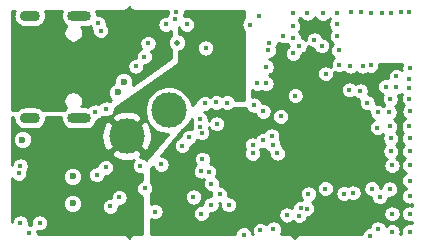
<source format=gbr>
%TF.GenerationSoftware,KiCad,Pcbnew,(5.1.9)-1*%
%TF.CreationDate,2021-05-29T14:53:35+02:00*%
%TF.ProjectId,Speed_sensor,53706565-645f-4736-956e-736f722e6b69,1.0*%
%TF.SameCoordinates,Original*%
%TF.FileFunction,Copper,L3,Inr*%
%TF.FilePolarity,Positive*%
%FSLAX46Y46*%
G04 Gerber Fmt 4.6, Leading zero omitted, Abs format (unit mm)*
G04 Created by KiCad (PCBNEW (5.1.9)-1) date 2021-05-29 14:53:35*
%MOMM*%
%LPD*%
G01*
G04 APERTURE LIST*
%TA.AperFunction,ComponentPad*%
%ADD10C,0.508000*%
%TD*%
%TA.AperFunction,ComponentPad*%
%ADD11C,3.000000*%
%TD*%
%TA.AperFunction,ComponentPad*%
%ADD12O,2.000000X0.900000*%
%TD*%
%TA.AperFunction,ComponentPad*%
%ADD13O,1.700000X0.900000*%
%TD*%
%TA.AperFunction,ViaPad*%
%ADD14C,0.400000*%
%TD*%
%TA.AperFunction,ViaPad*%
%ADD15C,0.600000*%
%TD*%
%TA.AperFunction,Conductor*%
%ADD16C,0.254000*%
%TD*%
%TA.AperFunction,Conductor*%
%ADD17C,0.100000*%
%TD*%
G04 APERTURE END LIST*
D10*
%TO.N,N/C*%
%TO.C,U1*%
X47675800Y-39598600D03*
%TD*%
D11*
%TO.N,+BATT*%
%TO.C,H17*%
X43434000Y-47498000D03*
%TD*%
%TO.N,GND*%
%TO.C,H18*%
X46990000Y-45339000D03*
%TD*%
D12*
%TO.N,Net-(J1-PadS1)*%
%TO.C,J1*%
X39395000Y-37336000D03*
X39395000Y-45976000D03*
D13*
X35225000Y-37336000D03*
X35225000Y-45976000D03*
%TD*%
D14*
%TO.N,+5V*%
X41219700Y-43720302D03*
X41500000Y-37000000D03*
X43100000Y-37400000D03*
X44200000Y-37300000D03*
X44300000Y-38000000D03*
X38100000Y-42926000D03*
X38354000Y-40132000D03*
X41376600Y-44259500D03*
X41287700Y-39535100D03*
%TO.N,BUCK_PGOOD*%
X46355000Y-49911000D03*
%TO.N,SPI_01_CS*%
X56480000Y-45835840D03*
X51940000Y-44680000D03*
%TO.N,AIN1*%
X60255360Y-51963030D03*
%TO.N,AIN2*%
X61821635Y-52376765D03*
%TO.N,AIN3*%
X62598300Y-52324000D03*
%TO.N,SWDIO*%
X62300000Y-43600000D03*
%TO.N,SWDCLK*%
X63200000Y-43700000D03*
%TO.N,SWO*%
X64673000Y-46800000D03*
%TO.N,~RESET~*%
X64700000Y-45500000D03*
%TO.N,SPI_MISO*%
X51020000Y-44660000D03*
X55730000Y-47489840D03*
%TO.N,SPI_MOSI*%
X50040000Y-44740000D03*
X55830000Y-48300000D03*
%TO.N,+3V0*%
X49500000Y-55190000D03*
X48920000Y-49980000D03*
X47820000Y-49360000D03*
X48450000Y-55080000D03*
X46860000Y-54320000D03*
X47250000Y-53900000D03*
X48710000Y-53960000D03*
X48040000Y-52510000D03*
X55245000Y-53848000D03*
X49657000Y-55753000D03*
X53340000Y-46863000D03*
X52705000Y-47879000D03*
X51816000Y-47879000D03*
X51562000Y-48895000D03*
X64897000Y-50165000D03*
X65405000Y-51181000D03*
X56642000Y-51943000D03*
X55820000Y-45400000D03*
X56850000Y-44320000D03*
%TO.N,GND*%
X41021000Y-37973000D03*
X40767000Y-45466000D03*
X45250000Y-39650601D03*
X50130000Y-40050600D03*
X44210000Y-41600000D03*
X44940000Y-40790000D03*
X46750000Y-38060000D03*
X47530000Y-37570000D03*
X47630000Y-37050000D03*
X48520000Y-38060000D03*
X53870000Y-38080000D03*
X54670000Y-37330000D03*
X56650000Y-39020000D03*
X54200000Y-44880000D03*
X64190000Y-51970000D03*
X64850000Y-52660000D03*
X64710000Y-55370000D03*
X64080000Y-55940000D03*
X58820000Y-52410000D03*
X58160000Y-53640000D03*
X54760000Y-55502002D03*
X53340000Y-55850000D03*
X50570000Y-53340000D03*
X49760000Y-54070000D03*
X49090000Y-52670000D03*
X50600000Y-51550000D03*
X50390000Y-50540000D03*
X49740000Y-50480000D03*
X60290000Y-42240000D03*
X65360000Y-43330000D03*
X66280000Y-43360000D03*
X66260000Y-42470000D03*
X57531000Y-40513000D03*
X58039000Y-39878000D03*
X59309000Y-39370000D03*
X59944000Y-39878000D03*
X51308000Y-52451000D03*
X52070000Y-53340000D03*
X42037000Y-53467000D03*
X34417000Y-54864000D03*
X36068000Y-54864000D03*
X35179000Y-55753000D03*
X34290000Y-50673000D03*
X34417000Y-50038000D03*
X40894000Y-50800000D03*
X41656000Y-50165000D03*
X42799000Y-52705000D03*
D15*
X38862000Y-50927000D03*
X38862000Y-53213000D03*
X43180000Y-42926000D03*
X42672000Y-43815000D03*
D14*
X54991000Y-47879000D03*
X51054000Y-46482000D03*
X49784000Y-47244000D03*
X49657000Y-46736000D03*
X49657000Y-46101000D03*
X54102000Y-48973000D03*
X54102000Y-48260000D03*
X44958000Y-51943000D03*
X44580267Y-50037184D03*
X45847000Y-53901902D03*
X67325000Y-37050000D03*
X66625000Y-37050000D03*
X65825000Y-37075000D03*
X65050000Y-37075000D03*
X64125000Y-37075000D03*
X63300000Y-37050000D03*
X62400000Y-37050000D03*
X61225000Y-37075000D03*
X61225000Y-38050000D03*
X61275000Y-39075000D03*
X61375000Y-40250000D03*
X61425000Y-41475000D03*
X62375000Y-41600000D03*
X63425000Y-41575000D03*
X64100000Y-41525000D03*
X67425000Y-41725000D03*
X67350000Y-42650000D03*
X67325000Y-43475000D03*
X67375000Y-44350000D03*
X67425000Y-45425000D03*
X67350000Y-46675000D03*
X65700000Y-46700000D03*
X65650000Y-45500000D03*
X65750000Y-44375000D03*
X60050000Y-37125000D03*
X58725000Y-37100000D03*
X57500000Y-37125000D03*
X57500000Y-38200000D03*
X57550000Y-39250000D03*
X67400000Y-47700000D03*
X67400000Y-48800000D03*
X65800000Y-48800000D03*
X65800000Y-47700000D03*
X57700000Y-44100000D03*
X63800000Y-44700000D03*
X55499000Y-39624000D03*
X55245000Y-41656000D03*
X55245000Y-43053000D03*
X54991000Y-45420001D03*
X54483000Y-43053000D03*
X55431002Y-40259000D03*
X56193029Y-48963029D03*
X65900000Y-50000000D03*
X67400000Y-50000000D03*
X67400000Y-51300000D03*
X67400000Y-52600000D03*
X67400000Y-55600000D03*
X67400000Y-54100000D03*
X65900000Y-55600000D03*
X65900000Y-54100000D03*
X65700000Y-52000000D03*
X48704500Y-47625000D03*
X49847500Y-49466500D03*
X48133000Y-48323500D03*
D15*
X34607500Y-47815500D03*
D14*
X57010300Y-54190900D03*
X58026300Y-54254400D03*
X58674000Y-53657500D03*
X41236900Y-38582600D03*
X41694100Y-45212000D03*
X55867300Y-55384700D03*
%TO.N,+BATT*%
X43561000Y-55372000D03*
X42037000Y-55245000D03*
X34163000Y-53086000D03*
X34962500Y-52488500D03*
X34290000Y-51816000D03*
D15*
X48895000Y-43561000D03*
X50753000Y-43584500D03*
X52070000Y-43688000D03*
D14*
X43815000Y-51181000D03*
X50400000Y-38100000D03*
X51100000Y-37300000D03*
D15*
X37592000Y-47815500D03*
%TD*%
D16*
%TO.N,+5V*%
X43678809Y-36658158D02*
X43747789Y-36742211D01*
X43831842Y-36811191D01*
X43927737Y-36862448D01*
X44031789Y-36894012D01*
X44112891Y-36902000D01*
X44112892Y-36902000D01*
X44140000Y-36904670D01*
X44167109Y-36902000D01*
X46918196Y-36902000D01*
X46903000Y-36978397D01*
X46903000Y-37121603D01*
X46914987Y-37181866D01*
X46885741Y-37225636D01*
X46839772Y-37336614D01*
X46821603Y-37333000D01*
X46678397Y-37333000D01*
X46537942Y-37360938D01*
X46405636Y-37415741D01*
X46286564Y-37495302D01*
X46185302Y-37596564D01*
X46105741Y-37715636D01*
X46050938Y-37847942D01*
X46023000Y-37988397D01*
X46023000Y-38131603D01*
X46050938Y-38272058D01*
X46105741Y-38404364D01*
X46185302Y-38523436D01*
X46286564Y-38624698D01*
X46405636Y-38704259D01*
X46537942Y-38759062D01*
X46678397Y-38787000D01*
X46821603Y-38787000D01*
X46962058Y-38759062D01*
X47094364Y-38704259D01*
X47173000Y-38651716D01*
X47173000Y-38996899D01*
X47069158Y-39100741D01*
X46983687Y-39228658D01*
X46924813Y-39370791D01*
X46894800Y-39521678D01*
X46894800Y-39675522D01*
X46924813Y-39826409D01*
X46983687Y-39968542D01*
X47069158Y-40096459D01*
X47173000Y-40200301D01*
X47173000Y-40933791D01*
X43975233Y-43167152D01*
X44007000Y-43007452D01*
X44007000Y-42844548D01*
X43975218Y-42684773D01*
X43912877Y-42534269D01*
X43822372Y-42398819D01*
X43707181Y-42283628D01*
X43571731Y-42193123D01*
X43421227Y-42130782D01*
X43261452Y-42099000D01*
X43098548Y-42099000D01*
X42938773Y-42130782D01*
X42788269Y-42193123D01*
X42652819Y-42283628D01*
X42537628Y-42398819D01*
X42447123Y-42534269D01*
X42384782Y-42684773D01*
X42353000Y-42844548D01*
X42353000Y-43007452D01*
X42361186Y-43048606D01*
X42280269Y-43082123D01*
X42144819Y-43172628D01*
X42029628Y-43287819D01*
X41939123Y-43423269D01*
X41876782Y-43573773D01*
X41845000Y-43733548D01*
X41845000Y-43896452D01*
X41876782Y-44056227D01*
X41939123Y-44206731D01*
X42029628Y-44342181D01*
X42137850Y-44450403D01*
X41995390Y-44549899D01*
X41906158Y-44512938D01*
X41765703Y-44485000D01*
X41622497Y-44485000D01*
X41482042Y-44512938D01*
X41349736Y-44567741D01*
X41230664Y-44647302D01*
X41129402Y-44748564D01*
X41087196Y-44811730D01*
X40979058Y-44766938D01*
X40838603Y-44739000D01*
X40695397Y-44739000D01*
X40554942Y-44766938D01*
X40422636Y-44821741D01*
X40303564Y-44901302D01*
X40202302Y-45002564D01*
X40185343Y-45027946D01*
X40136525Y-45013137D01*
X39992993Y-44999000D01*
X39606938Y-44999000D01*
X39647877Y-44937731D01*
X39710218Y-44787227D01*
X39742000Y-44627452D01*
X39742000Y-44464548D01*
X39710218Y-44304773D01*
X39647877Y-44154269D01*
X39557372Y-44018819D01*
X39442181Y-43903628D01*
X39306731Y-43813123D01*
X39156227Y-43750782D01*
X38996452Y-43719000D01*
X38833548Y-43719000D01*
X38673773Y-43750782D01*
X38523269Y-43813123D01*
X38387819Y-43903628D01*
X38272628Y-44018819D01*
X38182123Y-44154269D01*
X38119782Y-44304773D01*
X38088000Y-44464548D01*
X38088000Y-44627452D01*
X38119782Y-44787227D01*
X38182123Y-44937731D01*
X38272628Y-45073181D01*
X38338415Y-45138968D01*
X38299582Y-45159724D01*
X38161554Y-45273000D01*
X36308446Y-45273000D01*
X36170418Y-45159724D01*
X36000691Y-45069003D01*
X35816525Y-45013137D01*
X35672993Y-44999000D01*
X34777007Y-44999000D01*
X34633475Y-45013137D01*
X34449309Y-45069003D01*
X34279582Y-45159724D01*
X34141554Y-45273000D01*
X33694000Y-45273000D01*
X33694000Y-41528397D01*
X43483000Y-41528397D01*
X43483000Y-41671603D01*
X43510938Y-41812058D01*
X43565741Y-41944364D01*
X43645302Y-42063436D01*
X43746564Y-42164698D01*
X43865636Y-42244259D01*
X43997942Y-42299062D01*
X44138397Y-42327000D01*
X44281603Y-42327000D01*
X44422058Y-42299062D01*
X44554364Y-42244259D01*
X44673436Y-42164698D01*
X44774698Y-42063436D01*
X44854259Y-41944364D01*
X44909062Y-41812058D01*
X44937000Y-41671603D01*
X44937000Y-41528397D01*
X44934733Y-41517000D01*
X45011603Y-41517000D01*
X45152058Y-41489062D01*
X45284364Y-41434259D01*
X45403436Y-41354698D01*
X45504698Y-41253436D01*
X45584259Y-41134364D01*
X45639062Y-41002058D01*
X45667000Y-40861603D01*
X45667000Y-40718397D01*
X45639062Y-40577942D01*
X45584259Y-40445636D01*
X45507543Y-40330822D01*
X45594364Y-40294860D01*
X45713436Y-40215299D01*
X45814698Y-40114037D01*
X45894259Y-39994965D01*
X45949062Y-39862659D01*
X45977000Y-39722204D01*
X45977000Y-39578998D01*
X45949062Y-39438543D01*
X45894259Y-39306237D01*
X45814698Y-39187165D01*
X45713436Y-39085903D01*
X45594364Y-39006342D01*
X45462058Y-38951539D01*
X45321603Y-38923601D01*
X45178397Y-38923601D01*
X45037942Y-38951539D01*
X44905636Y-39006342D01*
X44786564Y-39085903D01*
X44685302Y-39187165D01*
X44605741Y-39306237D01*
X44550938Y-39438543D01*
X44523000Y-39578998D01*
X44523000Y-39722204D01*
X44550938Y-39862659D01*
X44605741Y-39994965D01*
X44682457Y-40109779D01*
X44595636Y-40145741D01*
X44476564Y-40225302D01*
X44375302Y-40326564D01*
X44295741Y-40445636D01*
X44240938Y-40577942D01*
X44213000Y-40718397D01*
X44213000Y-40861603D01*
X44215267Y-40873000D01*
X44138397Y-40873000D01*
X43997942Y-40900938D01*
X43865636Y-40955741D01*
X43746564Y-41035302D01*
X43645302Y-41136564D01*
X43565741Y-41255636D01*
X43510938Y-41387942D01*
X43483000Y-41528397D01*
X33694000Y-41528397D01*
X33694000Y-36902000D01*
X33949170Y-36902000D01*
X33918003Y-36960309D01*
X33862137Y-37144475D01*
X33843273Y-37336000D01*
X33862137Y-37527525D01*
X33918003Y-37711691D01*
X34008724Y-37881418D01*
X34130814Y-38030186D01*
X34279582Y-38152276D01*
X34449309Y-38242997D01*
X34633475Y-38298863D01*
X34777007Y-38313000D01*
X35672993Y-38313000D01*
X35816525Y-38298863D01*
X36000691Y-38242997D01*
X36170418Y-38152276D01*
X36319186Y-38030186D01*
X36441276Y-37881418D01*
X36531997Y-37711691D01*
X36587863Y-37527525D01*
X36606727Y-37336000D01*
X36587863Y-37144475D01*
X36531997Y-36960309D01*
X36500830Y-36902000D01*
X37969170Y-36902000D01*
X37938003Y-36960309D01*
X37882137Y-37144475D01*
X37863273Y-37336000D01*
X37882137Y-37527525D01*
X37938003Y-37711691D01*
X38028724Y-37881418D01*
X38150814Y-38030186D01*
X38299582Y-38152276D01*
X38338415Y-38173032D01*
X38272628Y-38238819D01*
X38182123Y-38374269D01*
X38119782Y-38524773D01*
X38088000Y-38684548D01*
X38088000Y-38847452D01*
X38119782Y-39007227D01*
X38182123Y-39157731D01*
X38272628Y-39293181D01*
X38387819Y-39408372D01*
X38523269Y-39498877D01*
X38673773Y-39561218D01*
X38833548Y-39593000D01*
X38996452Y-39593000D01*
X39156227Y-39561218D01*
X39306731Y-39498877D01*
X39442181Y-39408372D01*
X39557372Y-39293181D01*
X39647877Y-39157731D01*
X39710218Y-39007227D01*
X39742000Y-38847452D01*
X39742000Y-38684548D01*
X39710218Y-38524773D01*
X39647877Y-38374269D01*
X39606938Y-38313000D01*
X39992993Y-38313000D01*
X40136525Y-38298863D01*
X40320691Y-38242997D01*
X40341361Y-38231949D01*
X40376741Y-38317364D01*
X40456302Y-38436436D01*
X40513378Y-38493512D01*
X40509900Y-38510997D01*
X40509900Y-38654203D01*
X40537838Y-38794658D01*
X40592641Y-38926964D01*
X40672202Y-39046036D01*
X40773464Y-39147298D01*
X40892536Y-39226859D01*
X41024842Y-39281662D01*
X41165297Y-39309600D01*
X41308503Y-39309600D01*
X41448958Y-39281662D01*
X41581264Y-39226859D01*
X41700336Y-39147298D01*
X41801598Y-39046036D01*
X41881159Y-38926964D01*
X41935962Y-38794658D01*
X41963900Y-38654203D01*
X41963900Y-38510997D01*
X41935962Y-38370542D01*
X41881159Y-38238236D01*
X41801598Y-38119164D01*
X41744522Y-38062088D01*
X41748000Y-38044603D01*
X41748000Y-37901397D01*
X41720062Y-37760942D01*
X41665259Y-37628636D01*
X41585698Y-37509564D01*
X41484436Y-37408302D01*
X41365364Y-37328741D01*
X41233058Y-37273938D01*
X41092603Y-37246000D01*
X40949397Y-37246000D01*
X40918469Y-37252152D01*
X40907863Y-37144475D01*
X40851997Y-36960309D01*
X40820830Y-36902000D01*
X43112891Y-36902000D01*
X43140000Y-36904670D01*
X43167108Y-36902000D01*
X43167109Y-36902000D01*
X43248211Y-36894012D01*
X43352263Y-36862448D01*
X43448158Y-36811191D01*
X43532211Y-36742211D01*
X43601191Y-36658158D01*
X43640000Y-36585552D01*
X43678809Y-36658158D01*
%TA.AperFunction,Conductor*%
D17*
G36*
X43678809Y-36658158D02*
G01*
X43747789Y-36742211D01*
X43831842Y-36811191D01*
X43927737Y-36862448D01*
X44031789Y-36894012D01*
X44112891Y-36902000D01*
X44112892Y-36902000D01*
X44140000Y-36904670D01*
X44167109Y-36902000D01*
X46918196Y-36902000D01*
X46903000Y-36978397D01*
X46903000Y-37121603D01*
X46914987Y-37181866D01*
X46885741Y-37225636D01*
X46839772Y-37336614D01*
X46821603Y-37333000D01*
X46678397Y-37333000D01*
X46537942Y-37360938D01*
X46405636Y-37415741D01*
X46286564Y-37495302D01*
X46185302Y-37596564D01*
X46105741Y-37715636D01*
X46050938Y-37847942D01*
X46023000Y-37988397D01*
X46023000Y-38131603D01*
X46050938Y-38272058D01*
X46105741Y-38404364D01*
X46185302Y-38523436D01*
X46286564Y-38624698D01*
X46405636Y-38704259D01*
X46537942Y-38759062D01*
X46678397Y-38787000D01*
X46821603Y-38787000D01*
X46962058Y-38759062D01*
X47094364Y-38704259D01*
X47173000Y-38651716D01*
X47173000Y-38996899D01*
X47069158Y-39100741D01*
X46983687Y-39228658D01*
X46924813Y-39370791D01*
X46894800Y-39521678D01*
X46894800Y-39675522D01*
X46924813Y-39826409D01*
X46983687Y-39968542D01*
X47069158Y-40096459D01*
X47173000Y-40200301D01*
X47173000Y-40933791D01*
X43975233Y-43167152D01*
X44007000Y-43007452D01*
X44007000Y-42844548D01*
X43975218Y-42684773D01*
X43912877Y-42534269D01*
X43822372Y-42398819D01*
X43707181Y-42283628D01*
X43571731Y-42193123D01*
X43421227Y-42130782D01*
X43261452Y-42099000D01*
X43098548Y-42099000D01*
X42938773Y-42130782D01*
X42788269Y-42193123D01*
X42652819Y-42283628D01*
X42537628Y-42398819D01*
X42447123Y-42534269D01*
X42384782Y-42684773D01*
X42353000Y-42844548D01*
X42353000Y-43007452D01*
X42361186Y-43048606D01*
X42280269Y-43082123D01*
X42144819Y-43172628D01*
X42029628Y-43287819D01*
X41939123Y-43423269D01*
X41876782Y-43573773D01*
X41845000Y-43733548D01*
X41845000Y-43896452D01*
X41876782Y-44056227D01*
X41939123Y-44206731D01*
X42029628Y-44342181D01*
X42137850Y-44450403D01*
X41995390Y-44549899D01*
X41906158Y-44512938D01*
X41765703Y-44485000D01*
X41622497Y-44485000D01*
X41482042Y-44512938D01*
X41349736Y-44567741D01*
X41230664Y-44647302D01*
X41129402Y-44748564D01*
X41087196Y-44811730D01*
X40979058Y-44766938D01*
X40838603Y-44739000D01*
X40695397Y-44739000D01*
X40554942Y-44766938D01*
X40422636Y-44821741D01*
X40303564Y-44901302D01*
X40202302Y-45002564D01*
X40185343Y-45027946D01*
X40136525Y-45013137D01*
X39992993Y-44999000D01*
X39606938Y-44999000D01*
X39647877Y-44937731D01*
X39710218Y-44787227D01*
X39742000Y-44627452D01*
X39742000Y-44464548D01*
X39710218Y-44304773D01*
X39647877Y-44154269D01*
X39557372Y-44018819D01*
X39442181Y-43903628D01*
X39306731Y-43813123D01*
X39156227Y-43750782D01*
X38996452Y-43719000D01*
X38833548Y-43719000D01*
X38673773Y-43750782D01*
X38523269Y-43813123D01*
X38387819Y-43903628D01*
X38272628Y-44018819D01*
X38182123Y-44154269D01*
X38119782Y-44304773D01*
X38088000Y-44464548D01*
X38088000Y-44627452D01*
X38119782Y-44787227D01*
X38182123Y-44937731D01*
X38272628Y-45073181D01*
X38338415Y-45138968D01*
X38299582Y-45159724D01*
X38161554Y-45273000D01*
X36308446Y-45273000D01*
X36170418Y-45159724D01*
X36000691Y-45069003D01*
X35816525Y-45013137D01*
X35672993Y-44999000D01*
X34777007Y-44999000D01*
X34633475Y-45013137D01*
X34449309Y-45069003D01*
X34279582Y-45159724D01*
X34141554Y-45273000D01*
X33694000Y-45273000D01*
X33694000Y-41528397D01*
X43483000Y-41528397D01*
X43483000Y-41671603D01*
X43510938Y-41812058D01*
X43565741Y-41944364D01*
X43645302Y-42063436D01*
X43746564Y-42164698D01*
X43865636Y-42244259D01*
X43997942Y-42299062D01*
X44138397Y-42327000D01*
X44281603Y-42327000D01*
X44422058Y-42299062D01*
X44554364Y-42244259D01*
X44673436Y-42164698D01*
X44774698Y-42063436D01*
X44854259Y-41944364D01*
X44909062Y-41812058D01*
X44937000Y-41671603D01*
X44937000Y-41528397D01*
X44934733Y-41517000D01*
X45011603Y-41517000D01*
X45152058Y-41489062D01*
X45284364Y-41434259D01*
X45403436Y-41354698D01*
X45504698Y-41253436D01*
X45584259Y-41134364D01*
X45639062Y-41002058D01*
X45667000Y-40861603D01*
X45667000Y-40718397D01*
X45639062Y-40577942D01*
X45584259Y-40445636D01*
X45507543Y-40330822D01*
X45594364Y-40294860D01*
X45713436Y-40215299D01*
X45814698Y-40114037D01*
X45894259Y-39994965D01*
X45949062Y-39862659D01*
X45977000Y-39722204D01*
X45977000Y-39578998D01*
X45949062Y-39438543D01*
X45894259Y-39306237D01*
X45814698Y-39187165D01*
X45713436Y-39085903D01*
X45594364Y-39006342D01*
X45462058Y-38951539D01*
X45321603Y-38923601D01*
X45178397Y-38923601D01*
X45037942Y-38951539D01*
X44905636Y-39006342D01*
X44786564Y-39085903D01*
X44685302Y-39187165D01*
X44605741Y-39306237D01*
X44550938Y-39438543D01*
X44523000Y-39578998D01*
X44523000Y-39722204D01*
X44550938Y-39862659D01*
X44605741Y-39994965D01*
X44682457Y-40109779D01*
X44595636Y-40145741D01*
X44476564Y-40225302D01*
X44375302Y-40326564D01*
X44295741Y-40445636D01*
X44240938Y-40577942D01*
X44213000Y-40718397D01*
X44213000Y-40861603D01*
X44215267Y-40873000D01*
X44138397Y-40873000D01*
X43997942Y-40900938D01*
X43865636Y-40955741D01*
X43746564Y-41035302D01*
X43645302Y-41136564D01*
X43565741Y-41255636D01*
X43510938Y-41387942D01*
X43483000Y-41528397D01*
X33694000Y-41528397D01*
X33694000Y-36902000D01*
X33949170Y-36902000D01*
X33918003Y-36960309D01*
X33862137Y-37144475D01*
X33843273Y-37336000D01*
X33862137Y-37527525D01*
X33918003Y-37711691D01*
X34008724Y-37881418D01*
X34130814Y-38030186D01*
X34279582Y-38152276D01*
X34449309Y-38242997D01*
X34633475Y-38298863D01*
X34777007Y-38313000D01*
X35672993Y-38313000D01*
X35816525Y-38298863D01*
X36000691Y-38242997D01*
X36170418Y-38152276D01*
X36319186Y-38030186D01*
X36441276Y-37881418D01*
X36531997Y-37711691D01*
X36587863Y-37527525D01*
X36606727Y-37336000D01*
X36587863Y-37144475D01*
X36531997Y-36960309D01*
X36500830Y-36902000D01*
X37969170Y-36902000D01*
X37938003Y-36960309D01*
X37882137Y-37144475D01*
X37863273Y-37336000D01*
X37882137Y-37527525D01*
X37938003Y-37711691D01*
X38028724Y-37881418D01*
X38150814Y-38030186D01*
X38299582Y-38152276D01*
X38338415Y-38173032D01*
X38272628Y-38238819D01*
X38182123Y-38374269D01*
X38119782Y-38524773D01*
X38088000Y-38684548D01*
X38088000Y-38847452D01*
X38119782Y-39007227D01*
X38182123Y-39157731D01*
X38272628Y-39293181D01*
X38387819Y-39408372D01*
X38523269Y-39498877D01*
X38673773Y-39561218D01*
X38833548Y-39593000D01*
X38996452Y-39593000D01*
X39156227Y-39561218D01*
X39306731Y-39498877D01*
X39442181Y-39408372D01*
X39557372Y-39293181D01*
X39647877Y-39157731D01*
X39710218Y-39007227D01*
X39742000Y-38847452D01*
X39742000Y-38684548D01*
X39710218Y-38524773D01*
X39647877Y-38374269D01*
X39606938Y-38313000D01*
X39992993Y-38313000D01*
X40136525Y-38298863D01*
X40320691Y-38242997D01*
X40341361Y-38231949D01*
X40376741Y-38317364D01*
X40456302Y-38436436D01*
X40513378Y-38493512D01*
X40509900Y-38510997D01*
X40509900Y-38654203D01*
X40537838Y-38794658D01*
X40592641Y-38926964D01*
X40672202Y-39046036D01*
X40773464Y-39147298D01*
X40892536Y-39226859D01*
X41024842Y-39281662D01*
X41165297Y-39309600D01*
X41308503Y-39309600D01*
X41448958Y-39281662D01*
X41581264Y-39226859D01*
X41700336Y-39147298D01*
X41801598Y-39046036D01*
X41881159Y-38926964D01*
X41935962Y-38794658D01*
X41963900Y-38654203D01*
X41963900Y-38510997D01*
X41935962Y-38370542D01*
X41881159Y-38238236D01*
X41801598Y-38119164D01*
X41744522Y-38062088D01*
X41748000Y-38044603D01*
X41748000Y-37901397D01*
X41720062Y-37760942D01*
X41665259Y-37628636D01*
X41585698Y-37509564D01*
X41484436Y-37408302D01*
X41365364Y-37328741D01*
X41233058Y-37273938D01*
X41092603Y-37246000D01*
X40949397Y-37246000D01*
X40918469Y-37252152D01*
X40907863Y-37144475D01*
X40851997Y-36960309D01*
X40820830Y-36902000D01*
X43112891Y-36902000D01*
X43140000Y-36904670D01*
X43167108Y-36902000D01*
X43167109Y-36902000D01*
X43248211Y-36894012D01*
X43352263Y-36862448D01*
X43448158Y-36811191D01*
X43532211Y-36742211D01*
X43601191Y-36658158D01*
X43640000Y-36585552D01*
X43678809Y-36658158D01*
G37*
%TD.AperFunction*%
%TD*%
D16*
%TO.N,+BATT*%
X53373000Y-37548866D02*
X53305302Y-37616564D01*
X53225741Y-37735636D01*
X53170938Y-37867942D01*
X53143000Y-38008397D01*
X53143000Y-38151603D01*
X53170938Y-38292058D01*
X53225741Y-38424364D01*
X53305302Y-38543436D01*
X53373000Y-38611134D01*
X53373000Y-44473000D01*
X52640068Y-44473000D01*
X52639062Y-44467942D01*
X52584259Y-44335636D01*
X52504698Y-44216564D01*
X52403436Y-44115302D01*
X52284364Y-44035741D01*
X52152058Y-43980938D01*
X52011603Y-43953000D01*
X51868397Y-43953000D01*
X51727942Y-43980938D01*
X51595636Y-44035741D01*
X51492673Y-44104539D01*
X51483436Y-44095302D01*
X51364364Y-44015741D01*
X51232058Y-43960938D01*
X51091603Y-43933000D01*
X50948397Y-43933000D01*
X50807942Y-43960938D01*
X50675636Y-44015741D01*
X50556564Y-44095302D01*
X50487327Y-44164539D01*
X50384364Y-44095741D01*
X50252058Y-44040938D01*
X50111603Y-44013000D01*
X49968397Y-44013000D01*
X49827942Y-44040938D01*
X49695636Y-44095741D01*
X49576564Y-44175302D01*
X49475302Y-44276564D01*
X49395741Y-44395636D01*
X49360883Y-44479790D01*
X49351399Y-44482667D01*
X49329443Y-44494403D01*
X49302436Y-44518697D01*
X48972336Y-44914817D01*
X48939104Y-44747746D01*
X48786304Y-44378855D01*
X48564474Y-44046863D01*
X48282137Y-43764526D01*
X47950145Y-43542696D01*
X47581254Y-43389896D01*
X47189642Y-43312000D01*
X46790358Y-43312000D01*
X46398746Y-43389896D01*
X46029855Y-43542696D01*
X45697863Y-43764526D01*
X45415526Y-44046863D01*
X45193696Y-44378855D01*
X45040896Y-44747746D01*
X44963000Y-45139358D01*
X44963000Y-45538642D01*
X45040896Y-45930254D01*
X45193696Y-46299145D01*
X45212978Y-46328002D01*
X44925653Y-46185952D01*
X43613605Y-47498000D01*
X44925653Y-48810048D01*
X45241214Y-48654038D01*
X45432020Y-48279255D01*
X45546044Y-47874449D01*
X45578902Y-47455176D01*
X45529334Y-47037549D01*
X45399243Y-46637617D01*
X45316821Y-46483415D01*
X45415526Y-46631137D01*
X45697863Y-46913474D01*
X46029855Y-47135304D01*
X46398746Y-47288104D01*
X46790358Y-47366000D01*
X46929684Y-47366000D01*
X45114926Y-49543709D01*
X45043703Y-49472486D01*
X44924631Y-49392925D01*
X44792325Y-49338122D01*
X44651870Y-49310184D01*
X44580740Y-49310184D01*
X44590038Y-49305214D01*
X44746048Y-48989653D01*
X43434000Y-47677605D01*
X42121952Y-48989653D01*
X42277962Y-49305214D01*
X42652745Y-49496020D01*
X43057551Y-49610044D01*
X43476824Y-49642902D01*
X43894451Y-49593334D01*
X44044932Y-49544385D01*
X44015569Y-49573748D01*
X43936008Y-49692820D01*
X43881205Y-49825126D01*
X43853267Y-49965581D01*
X43853267Y-50108787D01*
X43881205Y-50249242D01*
X43936008Y-50381548D01*
X44015569Y-50500620D01*
X44116831Y-50601882D01*
X44235903Y-50681443D01*
X44368209Y-50736246D01*
X44508664Y-50764184D01*
X44651870Y-50764184D01*
X44773000Y-50740090D01*
X44773000Y-51238556D01*
X44745942Y-51243938D01*
X44613636Y-51298741D01*
X44494564Y-51378302D01*
X44393302Y-51479564D01*
X44313741Y-51598636D01*
X44258938Y-51730942D01*
X44231000Y-51871397D01*
X44231000Y-52014603D01*
X44258938Y-52155058D01*
X44313741Y-52287364D01*
X44393302Y-52406436D01*
X44494564Y-52507698D01*
X44613636Y-52587259D01*
X44745942Y-52642062D01*
X44773000Y-52647444D01*
X44773000Y-55798000D01*
X44167108Y-55798000D01*
X44140000Y-55795330D01*
X44112891Y-55798000D01*
X44031789Y-55805988D01*
X43927737Y-55837552D01*
X43831842Y-55888809D01*
X43747789Y-55957789D01*
X43678809Y-56041842D01*
X43640000Y-56114448D01*
X43601191Y-56041842D01*
X43532211Y-55957789D01*
X43448158Y-55888809D01*
X43352263Y-55837552D01*
X43248211Y-55805988D01*
X43140000Y-55795330D01*
X43112892Y-55798000D01*
X35906000Y-55798000D01*
X35906000Y-55681397D01*
X35883554Y-55568554D01*
X35996397Y-55591000D01*
X36139603Y-55591000D01*
X36280058Y-55563062D01*
X36412364Y-55508259D01*
X36531436Y-55428698D01*
X36632698Y-55327436D01*
X36712259Y-55208364D01*
X36767062Y-55076058D01*
X36795000Y-54935603D01*
X36795000Y-54792397D01*
X36767062Y-54651942D01*
X36712259Y-54519636D01*
X36632698Y-54400564D01*
X36531436Y-54299302D01*
X36412364Y-54219741D01*
X36280058Y-54164938D01*
X36139603Y-54137000D01*
X35996397Y-54137000D01*
X35855942Y-54164938D01*
X35723636Y-54219741D01*
X35604564Y-54299302D01*
X35503302Y-54400564D01*
X35423741Y-54519636D01*
X35368938Y-54651942D01*
X35341000Y-54792397D01*
X35341000Y-54935603D01*
X35363446Y-55048446D01*
X35250603Y-55026000D01*
X35126019Y-55026000D01*
X35144000Y-54935603D01*
X35144000Y-54792397D01*
X35116062Y-54651942D01*
X35061259Y-54519636D01*
X34981698Y-54400564D01*
X34880436Y-54299302D01*
X34761364Y-54219741D01*
X34629058Y-54164938D01*
X34488603Y-54137000D01*
X34345397Y-54137000D01*
X34204942Y-54164938D01*
X34072636Y-54219741D01*
X33953564Y-54299302D01*
X33852302Y-54400564D01*
X33772741Y-54519636D01*
X33717938Y-54651942D01*
X33694000Y-54772287D01*
X33694000Y-53131548D01*
X38035000Y-53131548D01*
X38035000Y-53294452D01*
X38066782Y-53454227D01*
X38129123Y-53604731D01*
X38219628Y-53740181D01*
X38334819Y-53855372D01*
X38470269Y-53945877D01*
X38620773Y-54008218D01*
X38780548Y-54040000D01*
X38943452Y-54040000D01*
X39103227Y-54008218D01*
X39253731Y-53945877D01*
X39389181Y-53855372D01*
X39504372Y-53740181D01*
X39594877Y-53604731D01*
X39657218Y-53454227D01*
X39668920Y-53395397D01*
X41310000Y-53395397D01*
X41310000Y-53538603D01*
X41337938Y-53679058D01*
X41392741Y-53811364D01*
X41472302Y-53930436D01*
X41573564Y-54031698D01*
X41692636Y-54111259D01*
X41824942Y-54166062D01*
X41965397Y-54194000D01*
X42108603Y-54194000D01*
X42249058Y-54166062D01*
X42381364Y-54111259D01*
X42500436Y-54031698D01*
X42601698Y-53930436D01*
X42681259Y-53811364D01*
X42736062Y-53679058D01*
X42764000Y-53538603D01*
X42764000Y-53432000D01*
X42870603Y-53432000D01*
X43011058Y-53404062D01*
X43143364Y-53349259D01*
X43262436Y-53269698D01*
X43363698Y-53168436D01*
X43443259Y-53049364D01*
X43498062Y-52917058D01*
X43526000Y-52776603D01*
X43526000Y-52633397D01*
X43498062Y-52492942D01*
X43443259Y-52360636D01*
X43363698Y-52241564D01*
X43262436Y-52140302D01*
X43143364Y-52060741D01*
X43011058Y-52005938D01*
X42870603Y-51978000D01*
X42727397Y-51978000D01*
X42586942Y-52005938D01*
X42454636Y-52060741D01*
X42335564Y-52140302D01*
X42234302Y-52241564D01*
X42154741Y-52360636D01*
X42099938Y-52492942D01*
X42072000Y-52633397D01*
X42072000Y-52740000D01*
X41965397Y-52740000D01*
X41824942Y-52767938D01*
X41692636Y-52822741D01*
X41573564Y-52902302D01*
X41472302Y-53003564D01*
X41392741Y-53122636D01*
X41337938Y-53254942D01*
X41310000Y-53395397D01*
X39668920Y-53395397D01*
X39689000Y-53294452D01*
X39689000Y-53131548D01*
X39657218Y-52971773D01*
X39594877Y-52821269D01*
X39504372Y-52685819D01*
X39389181Y-52570628D01*
X39253731Y-52480123D01*
X39103227Y-52417782D01*
X38943452Y-52386000D01*
X38780548Y-52386000D01*
X38620773Y-52417782D01*
X38470269Y-52480123D01*
X38334819Y-52570628D01*
X38219628Y-52685819D01*
X38129123Y-52821269D01*
X38066782Y-52971773D01*
X38035000Y-53131548D01*
X33694000Y-53131548D01*
X33694000Y-51089589D01*
X33725302Y-51136436D01*
X33826564Y-51237698D01*
X33945636Y-51317259D01*
X34077942Y-51372062D01*
X34218397Y-51400000D01*
X34361603Y-51400000D01*
X34502058Y-51372062D01*
X34634364Y-51317259D01*
X34753436Y-51237698D01*
X34854698Y-51136436D01*
X34934259Y-51017364D01*
X34989062Y-50885058D01*
X34996920Y-50845548D01*
X38035000Y-50845548D01*
X38035000Y-51008452D01*
X38066782Y-51168227D01*
X38129123Y-51318731D01*
X38219628Y-51454181D01*
X38334819Y-51569372D01*
X38470269Y-51659877D01*
X38620773Y-51722218D01*
X38780548Y-51754000D01*
X38943452Y-51754000D01*
X39103227Y-51722218D01*
X39253731Y-51659877D01*
X39389181Y-51569372D01*
X39504372Y-51454181D01*
X39594877Y-51318731D01*
X39657218Y-51168227D01*
X39689000Y-51008452D01*
X39689000Y-50845548D01*
X39665697Y-50728397D01*
X40167000Y-50728397D01*
X40167000Y-50871603D01*
X40194938Y-51012058D01*
X40249741Y-51144364D01*
X40329302Y-51263436D01*
X40430564Y-51364698D01*
X40549636Y-51444259D01*
X40681942Y-51499062D01*
X40822397Y-51527000D01*
X40965603Y-51527000D01*
X41106058Y-51499062D01*
X41238364Y-51444259D01*
X41357436Y-51364698D01*
X41458698Y-51263436D01*
X41538259Y-51144364D01*
X41593062Y-51012058D01*
X41616943Y-50892000D01*
X41727603Y-50892000D01*
X41868058Y-50864062D01*
X42000364Y-50809259D01*
X42119436Y-50729698D01*
X42220698Y-50628436D01*
X42300259Y-50509364D01*
X42355062Y-50377058D01*
X42383000Y-50236603D01*
X42383000Y-50093397D01*
X42355062Y-49952942D01*
X42300259Y-49820636D01*
X42220698Y-49701564D01*
X42119436Y-49600302D01*
X42000364Y-49520741D01*
X41868058Y-49465938D01*
X41727603Y-49438000D01*
X41584397Y-49438000D01*
X41443942Y-49465938D01*
X41311636Y-49520741D01*
X41192564Y-49600302D01*
X41091302Y-49701564D01*
X41011741Y-49820636D01*
X40956938Y-49952942D01*
X40933057Y-50073000D01*
X40822397Y-50073000D01*
X40681942Y-50100938D01*
X40549636Y-50155741D01*
X40430564Y-50235302D01*
X40329302Y-50336564D01*
X40249741Y-50455636D01*
X40194938Y-50587942D01*
X40167000Y-50728397D01*
X39665697Y-50728397D01*
X39657218Y-50685773D01*
X39594877Y-50535269D01*
X39504372Y-50399819D01*
X39389181Y-50284628D01*
X39253731Y-50194123D01*
X39103227Y-50131782D01*
X38943452Y-50100000D01*
X38780548Y-50100000D01*
X38620773Y-50131782D01*
X38470269Y-50194123D01*
X38334819Y-50284628D01*
X38219628Y-50399819D01*
X38129123Y-50535269D01*
X38066782Y-50685773D01*
X38035000Y-50845548D01*
X34996920Y-50845548D01*
X35017000Y-50744603D01*
X35017000Y-50601397D01*
X34993580Y-50483654D01*
X35061259Y-50382364D01*
X35116062Y-50250058D01*
X35144000Y-50109603D01*
X35144000Y-49966397D01*
X35116062Y-49825942D01*
X35061259Y-49693636D01*
X34981698Y-49574564D01*
X34880436Y-49473302D01*
X34761364Y-49393741D01*
X34629058Y-49338938D01*
X34488603Y-49311000D01*
X34345397Y-49311000D01*
X34204942Y-49338938D01*
X34072636Y-49393741D01*
X33953564Y-49473302D01*
X33852302Y-49574564D01*
X33772741Y-49693636D01*
X33717938Y-49825942D01*
X33694000Y-49946287D01*
X33694000Y-47734048D01*
X33780500Y-47734048D01*
X33780500Y-47896952D01*
X33812282Y-48056727D01*
X33874623Y-48207231D01*
X33965128Y-48342681D01*
X34080319Y-48457872D01*
X34215769Y-48548377D01*
X34366273Y-48610718D01*
X34526048Y-48642500D01*
X34688952Y-48642500D01*
X34848727Y-48610718D01*
X34999231Y-48548377D01*
X35134681Y-48457872D01*
X35249872Y-48342681D01*
X35340377Y-48207231D01*
X35402718Y-48056727D01*
X35434500Y-47896952D01*
X35434500Y-47734048D01*
X35402718Y-47574273D01*
X35388863Y-47540824D01*
X41289098Y-47540824D01*
X41338666Y-47958451D01*
X41468757Y-48358383D01*
X41626786Y-48654038D01*
X41942347Y-48810048D01*
X43254395Y-47498000D01*
X41942347Y-46185952D01*
X41626786Y-46341962D01*
X41435980Y-46716745D01*
X41321956Y-47121551D01*
X41289098Y-47540824D01*
X35388863Y-47540824D01*
X35340377Y-47423769D01*
X35249872Y-47288319D01*
X35134681Y-47173128D01*
X34999231Y-47082623D01*
X34848727Y-47020282D01*
X34688952Y-46988500D01*
X34526048Y-46988500D01*
X34366273Y-47020282D01*
X34215769Y-47082623D01*
X34080319Y-47173128D01*
X33965128Y-47288319D01*
X33874623Y-47423769D01*
X33812282Y-47574273D01*
X33780500Y-47734048D01*
X33694000Y-47734048D01*
X33694000Y-45927000D01*
X33848099Y-45927000D01*
X33843273Y-45976000D01*
X33862137Y-46167525D01*
X33918003Y-46351691D01*
X34008724Y-46521418D01*
X34130814Y-46670186D01*
X34279582Y-46792276D01*
X34449309Y-46882997D01*
X34633475Y-46938863D01*
X34777007Y-46953000D01*
X35672993Y-46953000D01*
X35816525Y-46938863D01*
X36000691Y-46882997D01*
X36170418Y-46792276D01*
X36319186Y-46670186D01*
X36441276Y-46521418D01*
X36531997Y-46351691D01*
X36587863Y-46167525D01*
X36606727Y-45976000D01*
X36601901Y-45927000D01*
X37868099Y-45927000D01*
X37863273Y-45976000D01*
X37882137Y-46167525D01*
X37938003Y-46351691D01*
X38028724Y-46521418D01*
X38150814Y-46670186D01*
X38299582Y-46792276D01*
X38469309Y-46882997D01*
X38653475Y-46938863D01*
X38797007Y-46953000D01*
X39992993Y-46953000D01*
X40136525Y-46938863D01*
X40320691Y-46882997D01*
X40490418Y-46792276D01*
X40639186Y-46670186D01*
X40761276Y-46521418D01*
X40851997Y-46351691D01*
X40904086Y-46179975D01*
X40979058Y-46165062D01*
X41111364Y-46110259D01*
X41230436Y-46030698D01*
X41254787Y-46006347D01*
X42121952Y-46006347D01*
X43434000Y-47318395D01*
X44746048Y-46006347D01*
X44590038Y-45690786D01*
X44215255Y-45499980D01*
X43810449Y-45385956D01*
X43391176Y-45353098D01*
X42973549Y-45402666D01*
X42573617Y-45532757D01*
X42277962Y-45690786D01*
X42121952Y-46006347D01*
X41254787Y-46006347D01*
X41331698Y-45929436D01*
X41373904Y-45866270D01*
X41482042Y-45911062D01*
X41622497Y-45939000D01*
X41765703Y-45939000D01*
X41906158Y-45911062D01*
X42038464Y-45856259D01*
X42157536Y-45776698D01*
X42258798Y-45675436D01*
X42338359Y-45556364D01*
X42393162Y-45424058D01*
X42421100Y-45283603D01*
X42421100Y-45140397D01*
X42415626Y-45112878D01*
X47772290Y-41404418D01*
X47791272Y-41388309D01*
X47806746Y-41368806D01*
X47818118Y-41346659D01*
X47824951Y-41322718D01*
X47827000Y-41300000D01*
X47827000Y-40364825D01*
X47903609Y-40349587D01*
X48045742Y-40290713D01*
X48173659Y-40205242D01*
X48282442Y-40096459D01*
X48360927Y-39978997D01*
X49403000Y-39978997D01*
X49403000Y-40122203D01*
X49430938Y-40262658D01*
X49485741Y-40394964D01*
X49565302Y-40514036D01*
X49666564Y-40615298D01*
X49785636Y-40694859D01*
X49917942Y-40749662D01*
X50058397Y-40777600D01*
X50201603Y-40777600D01*
X50342058Y-40749662D01*
X50474364Y-40694859D01*
X50593436Y-40615298D01*
X50694698Y-40514036D01*
X50774259Y-40394964D01*
X50829062Y-40262658D01*
X50857000Y-40122203D01*
X50857000Y-39978997D01*
X50829062Y-39838542D01*
X50774259Y-39706236D01*
X50694698Y-39587164D01*
X50593436Y-39485902D01*
X50474364Y-39406341D01*
X50342058Y-39351538D01*
X50201603Y-39323600D01*
X50058397Y-39323600D01*
X49917942Y-39351538D01*
X49785636Y-39406341D01*
X49666564Y-39485902D01*
X49565302Y-39587164D01*
X49485741Y-39706236D01*
X49430938Y-39838542D01*
X49403000Y-39978997D01*
X48360927Y-39978997D01*
X48367913Y-39968542D01*
X48426787Y-39826409D01*
X48456800Y-39675522D01*
X48456800Y-39521678D01*
X48426787Y-39370791D01*
X48367913Y-39228658D01*
X48282442Y-39100741D01*
X48173659Y-38991958D01*
X48045742Y-38906487D01*
X47903609Y-38847613D01*
X47827000Y-38832375D01*
X47827000Y-38286693D01*
X47875741Y-38404364D01*
X47955302Y-38523436D01*
X48056564Y-38624698D01*
X48175636Y-38704259D01*
X48307942Y-38759062D01*
X48448397Y-38787000D01*
X48591603Y-38787000D01*
X48732058Y-38759062D01*
X48864364Y-38704259D01*
X48983436Y-38624698D01*
X49084698Y-38523436D01*
X49164259Y-38404364D01*
X49219062Y-38272058D01*
X49247000Y-38131603D01*
X49247000Y-37988397D01*
X49219062Y-37847942D01*
X49164259Y-37715636D01*
X49084698Y-37596564D01*
X48983436Y-37495302D01*
X48864364Y-37415741D01*
X48732058Y-37360938D01*
X48591603Y-37333000D01*
X48448397Y-37333000D01*
X48307942Y-37360938D01*
X48283996Y-37370857D01*
X48329062Y-37262058D01*
X48357000Y-37121603D01*
X48357000Y-36978397D01*
X48341804Y-36902000D01*
X53373000Y-36902000D01*
X53373000Y-37548866D01*
%TA.AperFunction,Conductor*%
D17*
G36*
X53373000Y-37548866D02*
G01*
X53305302Y-37616564D01*
X53225741Y-37735636D01*
X53170938Y-37867942D01*
X53143000Y-38008397D01*
X53143000Y-38151603D01*
X53170938Y-38292058D01*
X53225741Y-38424364D01*
X53305302Y-38543436D01*
X53373000Y-38611134D01*
X53373000Y-44473000D01*
X52640068Y-44473000D01*
X52639062Y-44467942D01*
X52584259Y-44335636D01*
X52504698Y-44216564D01*
X52403436Y-44115302D01*
X52284364Y-44035741D01*
X52152058Y-43980938D01*
X52011603Y-43953000D01*
X51868397Y-43953000D01*
X51727942Y-43980938D01*
X51595636Y-44035741D01*
X51492673Y-44104539D01*
X51483436Y-44095302D01*
X51364364Y-44015741D01*
X51232058Y-43960938D01*
X51091603Y-43933000D01*
X50948397Y-43933000D01*
X50807942Y-43960938D01*
X50675636Y-44015741D01*
X50556564Y-44095302D01*
X50487327Y-44164539D01*
X50384364Y-44095741D01*
X50252058Y-44040938D01*
X50111603Y-44013000D01*
X49968397Y-44013000D01*
X49827942Y-44040938D01*
X49695636Y-44095741D01*
X49576564Y-44175302D01*
X49475302Y-44276564D01*
X49395741Y-44395636D01*
X49360883Y-44479790D01*
X49351399Y-44482667D01*
X49329443Y-44494403D01*
X49302436Y-44518697D01*
X48972336Y-44914817D01*
X48939104Y-44747746D01*
X48786304Y-44378855D01*
X48564474Y-44046863D01*
X48282137Y-43764526D01*
X47950145Y-43542696D01*
X47581254Y-43389896D01*
X47189642Y-43312000D01*
X46790358Y-43312000D01*
X46398746Y-43389896D01*
X46029855Y-43542696D01*
X45697863Y-43764526D01*
X45415526Y-44046863D01*
X45193696Y-44378855D01*
X45040896Y-44747746D01*
X44963000Y-45139358D01*
X44963000Y-45538642D01*
X45040896Y-45930254D01*
X45193696Y-46299145D01*
X45212978Y-46328002D01*
X44925653Y-46185952D01*
X43613605Y-47498000D01*
X44925653Y-48810048D01*
X45241214Y-48654038D01*
X45432020Y-48279255D01*
X45546044Y-47874449D01*
X45578902Y-47455176D01*
X45529334Y-47037549D01*
X45399243Y-46637617D01*
X45316821Y-46483415D01*
X45415526Y-46631137D01*
X45697863Y-46913474D01*
X46029855Y-47135304D01*
X46398746Y-47288104D01*
X46790358Y-47366000D01*
X46929684Y-47366000D01*
X45114926Y-49543709D01*
X45043703Y-49472486D01*
X44924631Y-49392925D01*
X44792325Y-49338122D01*
X44651870Y-49310184D01*
X44580740Y-49310184D01*
X44590038Y-49305214D01*
X44746048Y-48989653D01*
X43434000Y-47677605D01*
X42121952Y-48989653D01*
X42277962Y-49305214D01*
X42652745Y-49496020D01*
X43057551Y-49610044D01*
X43476824Y-49642902D01*
X43894451Y-49593334D01*
X44044932Y-49544385D01*
X44015569Y-49573748D01*
X43936008Y-49692820D01*
X43881205Y-49825126D01*
X43853267Y-49965581D01*
X43853267Y-50108787D01*
X43881205Y-50249242D01*
X43936008Y-50381548D01*
X44015569Y-50500620D01*
X44116831Y-50601882D01*
X44235903Y-50681443D01*
X44368209Y-50736246D01*
X44508664Y-50764184D01*
X44651870Y-50764184D01*
X44773000Y-50740090D01*
X44773000Y-51238556D01*
X44745942Y-51243938D01*
X44613636Y-51298741D01*
X44494564Y-51378302D01*
X44393302Y-51479564D01*
X44313741Y-51598636D01*
X44258938Y-51730942D01*
X44231000Y-51871397D01*
X44231000Y-52014603D01*
X44258938Y-52155058D01*
X44313741Y-52287364D01*
X44393302Y-52406436D01*
X44494564Y-52507698D01*
X44613636Y-52587259D01*
X44745942Y-52642062D01*
X44773000Y-52647444D01*
X44773000Y-55798000D01*
X44167108Y-55798000D01*
X44140000Y-55795330D01*
X44112891Y-55798000D01*
X44031789Y-55805988D01*
X43927737Y-55837552D01*
X43831842Y-55888809D01*
X43747789Y-55957789D01*
X43678809Y-56041842D01*
X43640000Y-56114448D01*
X43601191Y-56041842D01*
X43532211Y-55957789D01*
X43448158Y-55888809D01*
X43352263Y-55837552D01*
X43248211Y-55805988D01*
X43140000Y-55795330D01*
X43112892Y-55798000D01*
X35906000Y-55798000D01*
X35906000Y-55681397D01*
X35883554Y-55568554D01*
X35996397Y-55591000D01*
X36139603Y-55591000D01*
X36280058Y-55563062D01*
X36412364Y-55508259D01*
X36531436Y-55428698D01*
X36632698Y-55327436D01*
X36712259Y-55208364D01*
X36767062Y-55076058D01*
X36795000Y-54935603D01*
X36795000Y-54792397D01*
X36767062Y-54651942D01*
X36712259Y-54519636D01*
X36632698Y-54400564D01*
X36531436Y-54299302D01*
X36412364Y-54219741D01*
X36280058Y-54164938D01*
X36139603Y-54137000D01*
X35996397Y-54137000D01*
X35855942Y-54164938D01*
X35723636Y-54219741D01*
X35604564Y-54299302D01*
X35503302Y-54400564D01*
X35423741Y-54519636D01*
X35368938Y-54651942D01*
X35341000Y-54792397D01*
X35341000Y-54935603D01*
X35363446Y-55048446D01*
X35250603Y-55026000D01*
X35126019Y-55026000D01*
X35144000Y-54935603D01*
X35144000Y-54792397D01*
X35116062Y-54651942D01*
X35061259Y-54519636D01*
X34981698Y-54400564D01*
X34880436Y-54299302D01*
X34761364Y-54219741D01*
X34629058Y-54164938D01*
X34488603Y-54137000D01*
X34345397Y-54137000D01*
X34204942Y-54164938D01*
X34072636Y-54219741D01*
X33953564Y-54299302D01*
X33852302Y-54400564D01*
X33772741Y-54519636D01*
X33717938Y-54651942D01*
X33694000Y-54772287D01*
X33694000Y-53131548D01*
X38035000Y-53131548D01*
X38035000Y-53294452D01*
X38066782Y-53454227D01*
X38129123Y-53604731D01*
X38219628Y-53740181D01*
X38334819Y-53855372D01*
X38470269Y-53945877D01*
X38620773Y-54008218D01*
X38780548Y-54040000D01*
X38943452Y-54040000D01*
X39103227Y-54008218D01*
X39253731Y-53945877D01*
X39389181Y-53855372D01*
X39504372Y-53740181D01*
X39594877Y-53604731D01*
X39657218Y-53454227D01*
X39668920Y-53395397D01*
X41310000Y-53395397D01*
X41310000Y-53538603D01*
X41337938Y-53679058D01*
X41392741Y-53811364D01*
X41472302Y-53930436D01*
X41573564Y-54031698D01*
X41692636Y-54111259D01*
X41824942Y-54166062D01*
X41965397Y-54194000D01*
X42108603Y-54194000D01*
X42249058Y-54166062D01*
X42381364Y-54111259D01*
X42500436Y-54031698D01*
X42601698Y-53930436D01*
X42681259Y-53811364D01*
X42736062Y-53679058D01*
X42764000Y-53538603D01*
X42764000Y-53432000D01*
X42870603Y-53432000D01*
X43011058Y-53404062D01*
X43143364Y-53349259D01*
X43262436Y-53269698D01*
X43363698Y-53168436D01*
X43443259Y-53049364D01*
X43498062Y-52917058D01*
X43526000Y-52776603D01*
X43526000Y-52633397D01*
X43498062Y-52492942D01*
X43443259Y-52360636D01*
X43363698Y-52241564D01*
X43262436Y-52140302D01*
X43143364Y-52060741D01*
X43011058Y-52005938D01*
X42870603Y-51978000D01*
X42727397Y-51978000D01*
X42586942Y-52005938D01*
X42454636Y-52060741D01*
X42335564Y-52140302D01*
X42234302Y-52241564D01*
X42154741Y-52360636D01*
X42099938Y-52492942D01*
X42072000Y-52633397D01*
X42072000Y-52740000D01*
X41965397Y-52740000D01*
X41824942Y-52767938D01*
X41692636Y-52822741D01*
X41573564Y-52902302D01*
X41472302Y-53003564D01*
X41392741Y-53122636D01*
X41337938Y-53254942D01*
X41310000Y-53395397D01*
X39668920Y-53395397D01*
X39689000Y-53294452D01*
X39689000Y-53131548D01*
X39657218Y-52971773D01*
X39594877Y-52821269D01*
X39504372Y-52685819D01*
X39389181Y-52570628D01*
X39253731Y-52480123D01*
X39103227Y-52417782D01*
X38943452Y-52386000D01*
X38780548Y-52386000D01*
X38620773Y-52417782D01*
X38470269Y-52480123D01*
X38334819Y-52570628D01*
X38219628Y-52685819D01*
X38129123Y-52821269D01*
X38066782Y-52971773D01*
X38035000Y-53131548D01*
X33694000Y-53131548D01*
X33694000Y-51089589D01*
X33725302Y-51136436D01*
X33826564Y-51237698D01*
X33945636Y-51317259D01*
X34077942Y-51372062D01*
X34218397Y-51400000D01*
X34361603Y-51400000D01*
X34502058Y-51372062D01*
X34634364Y-51317259D01*
X34753436Y-51237698D01*
X34854698Y-51136436D01*
X34934259Y-51017364D01*
X34989062Y-50885058D01*
X34996920Y-50845548D01*
X38035000Y-50845548D01*
X38035000Y-51008452D01*
X38066782Y-51168227D01*
X38129123Y-51318731D01*
X38219628Y-51454181D01*
X38334819Y-51569372D01*
X38470269Y-51659877D01*
X38620773Y-51722218D01*
X38780548Y-51754000D01*
X38943452Y-51754000D01*
X39103227Y-51722218D01*
X39253731Y-51659877D01*
X39389181Y-51569372D01*
X39504372Y-51454181D01*
X39594877Y-51318731D01*
X39657218Y-51168227D01*
X39689000Y-51008452D01*
X39689000Y-50845548D01*
X39665697Y-50728397D01*
X40167000Y-50728397D01*
X40167000Y-50871603D01*
X40194938Y-51012058D01*
X40249741Y-51144364D01*
X40329302Y-51263436D01*
X40430564Y-51364698D01*
X40549636Y-51444259D01*
X40681942Y-51499062D01*
X40822397Y-51527000D01*
X40965603Y-51527000D01*
X41106058Y-51499062D01*
X41238364Y-51444259D01*
X41357436Y-51364698D01*
X41458698Y-51263436D01*
X41538259Y-51144364D01*
X41593062Y-51012058D01*
X41616943Y-50892000D01*
X41727603Y-50892000D01*
X41868058Y-50864062D01*
X42000364Y-50809259D01*
X42119436Y-50729698D01*
X42220698Y-50628436D01*
X42300259Y-50509364D01*
X42355062Y-50377058D01*
X42383000Y-50236603D01*
X42383000Y-50093397D01*
X42355062Y-49952942D01*
X42300259Y-49820636D01*
X42220698Y-49701564D01*
X42119436Y-49600302D01*
X42000364Y-49520741D01*
X41868058Y-49465938D01*
X41727603Y-49438000D01*
X41584397Y-49438000D01*
X41443942Y-49465938D01*
X41311636Y-49520741D01*
X41192564Y-49600302D01*
X41091302Y-49701564D01*
X41011741Y-49820636D01*
X40956938Y-49952942D01*
X40933057Y-50073000D01*
X40822397Y-50073000D01*
X40681942Y-50100938D01*
X40549636Y-50155741D01*
X40430564Y-50235302D01*
X40329302Y-50336564D01*
X40249741Y-50455636D01*
X40194938Y-50587942D01*
X40167000Y-50728397D01*
X39665697Y-50728397D01*
X39657218Y-50685773D01*
X39594877Y-50535269D01*
X39504372Y-50399819D01*
X39389181Y-50284628D01*
X39253731Y-50194123D01*
X39103227Y-50131782D01*
X38943452Y-50100000D01*
X38780548Y-50100000D01*
X38620773Y-50131782D01*
X38470269Y-50194123D01*
X38334819Y-50284628D01*
X38219628Y-50399819D01*
X38129123Y-50535269D01*
X38066782Y-50685773D01*
X38035000Y-50845548D01*
X34996920Y-50845548D01*
X35017000Y-50744603D01*
X35017000Y-50601397D01*
X34993580Y-50483654D01*
X35061259Y-50382364D01*
X35116062Y-50250058D01*
X35144000Y-50109603D01*
X35144000Y-49966397D01*
X35116062Y-49825942D01*
X35061259Y-49693636D01*
X34981698Y-49574564D01*
X34880436Y-49473302D01*
X34761364Y-49393741D01*
X34629058Y-49338938D01*
X34488603Y-49311000D01*
X34345397Y-49311000D01*
X34204942Y-49338938D01*
X34072636Y-49393741D01*
X33953564Y-49473302D01*
X33852302Y-49574564D01*
X33772741Y-49693636D01*
X33717938Y-49825942D01*
X33694000Y-49946287D01*
X33694000Y-47734048D01*
X33780500Y-47734048D01*
X33780500Y-47896952D01*
X33812282Y-48056727D01*
X33874623Y-48207231D01*
X33965128Y-48342681D01*
X34080319Y-48457872D01*
X34215769Y-48548377D01*
X34366273Y-48610718D01*
X34526048Y-48642500D01*
X34688952Y-48642500D01*
X34848727Y-48610718D01*
X34999231Y-48548377D01*
X35134681Y-48457872D01*
X35249872Y-48342681D01*
X35340377Y-48207231D01*
X35402718Y-48056727D01*
X35434500Y-47896952D01*
X35434500Y-47734048D01*
X35402718Y-47574273D01*
X35388863Y-47540824D01*
X41289098Y-47540824D01*
X41338666Y-47958451D01*
X41468757Y-48358383D01*
X41626786Y-48654038D01*
X41942347Y-48810048D01*
X43254395Y-47498000D01*
X41942347Y-46185952D01*
X41626786Y-46341962D01*
X41435980Y-46716745D01*
X41321956Y-47121551D01*
X41289098Y-47540824D01*
X35388863Y-47540824D01*
X35340377Y-47423769D01*
X35249872Y-47288319D01*
X35134681Y-47173128D01*
X34999231Y-47082623D01*
X34848727Y-47020282D01*
X34688952Y-46988500D01*
X34526048Y-46988500D01*
X34366273Y-47020282D01*
X34215769Y-47082623D01*
X34080319Y-47173128D01*
X33965128Y-47288319D01*
X33874623Y-47423769D01*
X33812282Y-47574273D01*
X33780500Y-47734048D01*
X33694000Y-47734048D01*
X33694000Y-45927000D01*
X33848099Y-45927000D01*
X33843273Y-45976000D01*
X33862137Y-46167525D01*
X33918003Y-46351691D01*
X34008724Y-46521418D01*
X34130814Y-46670186D01*
X34279582Y-46792276D01*
X34449309Y-46882997D01*
X34633475Y-46938863D01*
X34777007Y-46953000D01*
X35672993Y-46953000D01*
X35816525Y-46938863D01*
X36000691Y-46882997D01*
X36170418Y-46792276D01*
X36319186Y-46670186D01*
X36441276Y-46521418D01*
X36531997Y-46351691D01*
X36587863Y-46167525D01*
X36606727Y-45976000D01*
X36601901Y-45927000D01*
X37868099Y-45927000D01*
X37863273Y-45976000D01*
X37882137Y-46167525D01*
X37938003Y-46351691D01*
X38028724Y-46521418D01*
X38150814Y-46670186D01*
X38299582Y-46792276D01*
X38469309Y-46882997D01*
X38653475Y-46938863D01*
X38797007Y-46953000D01*
X39992993Y-46953000D01*
X40136525Y-46938863D01*
X40320691Y-46882997D01*
X40490418Y-46792276D01*
X40639186Y-46670186D01*
X40761276Y-46521418D01*
X40851997Y-46351691D01*
X40904086Y-46179975D01*
X40979058Y-46165062D01*
X41111364Y-46110259D01*
X41230436Y-46030698D01*
X41254787Y-46006347D01*
X42121952Y-46006347D01*
X43434000Y-47318395D01*
X44746048Y-46006347D01*
X44590038Y-45690786D01*
X44215255Y-45499980D01*
X43810449Y-45385956D01*
X43391176Y-45353098D01*
X42973549Y-45402666D01*
X42573617Y-45532757D01*
X42277962Y-45690786D01*
X42121952Y-46006347D01*
X41254787Y-46006347D01*
X41331698Y-45929436D01*
X41373904Y-45866270D01*
X41482042Y-45911062D01*
X41622497Y-45939000D01*
X41765703Y-45939000D01*
X41906158Y-45911062D01*
X42038464Y-45856259D01*
X42157536Y-45776698D01*
X42258798Y-45675436D01*
X42338359Y-45556364D01*
X42393162Y-45424058D01*
X42421100Y-45283603D01*
X42421100Y-45140397D01*
X42415626Y-45112878D01*
X47772290Y-41404418D01*
X47791272Y-41388309D01*
X47806746Y-41368806D01*
X47818118Y-41346659D01*
X47824951Y-41322718D01*
X47827000Y-41300000D01*
X47827000Y-40364825D01*
X47903609Y-40349587D01*
X48045742Y-40290713D01*
X48173659Y-40205242D01*
X48282442Y-40096459D01*
X48360927Y-39978997D01*
X49403000Y-39978997D01*
X49403000Y-40122203D01*
X49430938Y-40262658D01*
X49485741Y-40394964D01*
X49565302Y-40514036D01*
X49666564Y-40615298D01*
X49785636Y-40694859D01*
X49917942Y-40749662D01*
X50058397Y-40777600D01*
X50201603Y-40777600D01*
X50342058Y-40749662D01*
X50474364Y-40694859D01*
X50593436Y-40615298D01*
X50694698Y-40514036D01*
X50774259Y-40394964D01*
X50829062Y-40262658D01*
X50857000Y-40122203D01*
X50857000Y-39978997D01*
X50829062Y-39838542D01*
X50774259Y-39706236D01*
X50694698Y-39587164D01*
X50593436Y-39485902D01*
X50474364Y-39406341D01*
X50342058Y-39351538D01*
X50201603Y-39323600D01*
X50058397Y-39323600D01*
X49917942Y-39351538D01*
X49785636Y-39406341D01*
X49666564Y-39485902D01*
X49565302Y-39587164D01*
X49485741Y-39706236D01*
X49430938Y-39838542D01*
X49403000Y-39978997D01*
X48360927Y-39978997D01*
X48367913Y-39968542D01*
X48426787Y-39826409D01*
X48456800Y-39675522D01*
X48456800Y-39521678D01*
X48426787Y-39370791D01*
X48367913Y-39228658D01*
X48282442Y-39100741D01*
X48173659Y-38991958D01*
X48045742Y-38906487D01*
X47903609Y-38847613D01*
X47827000Y-38832375D01*
X47827000Y-38286693D01*
X47875741Y-38404364D01*
X47955302Y-38523436D01*
X48056564Y-38624698D01*
X48175636Y-38704259D01*
X48307942Y-38759062D01*
X48448397Y-38787000D01*
X48591603Y-38787000D01*
X48732058Y-38759062D01*
X48864364Y-38704259D01*
X48983436Y-38624698D01*
X49084698Y-38523436D01*
X49164259Y-38404364D01*
X49219062Y-38272058D01*
X49247000Y-38131603D01*
X49247000Y-37988397D01*
X49219062Y-37847942D01*
X49164259Y-37715636D01*
X49084698Y-37596564D01*
X48983436Y-37495302D01*
X48864364Y-37415741D01*
X48732058Y-37360938D01*
X48591603Y-37333000D01*
X48448397Y-37333000D01*
X48307942Y-37360938D01*
X48283996Y-37370857D01*
X48329062Y-37262058D01*
X48357000Y-37121603D01*
X48357000Y-36978397D01*
X48341804Y-36902000D01*
X53373000Y-36902000D01*
X53373000Y-37548866D01*
G37*
%TD.AperFunction*%
%TD*%
D16*
%TO.N,+3V0*%
X59405741Y-37469364D02*
X59485302Y-37588436D01*
X59586564Y-37689698D01*
X59705636Y-37769259D01*
X59837942Y-37824062D01*
X59978397Y-37852000D01*
X60121603Y-37852000D01*
X60262058Y-37824062D01*
X60394364Y-37769259D01*
X60513436Y-37689698D01*
X60614698Y-37588436D01*
X60654204Y-37529310D01*
X60660302Y-37538436D01*
X60684366Y-37562500D01*
X60660302Y-37586564D01*
X60580741Y-37705636D01*
X60525938Y-37837942D01*
X60498000Y-37978397D01*
X60498000Y-38121603D01*
X60525938Y-38262058D01*
X60580741Y-38394364D01*
X60660302Y-38513436D01*
X60734366Y-38587500D01*
X60710302Y-38611564D01*
X60630741Y-38730636D01*
X60575938Y-38862942D01*
X60548000Y-39003397D01*
X60548000Y-39146603D01*
X60575938Y-39287058D01*
X60630741Y-39419364D01*
X60710302Y-39538436D01*
X60811564Y-39639698D01*
X60898847Y-39698019D01*
X60810302Y-39786564D01*
X60730741Y-39905636D01*
X60675938Y-40037942D01*
X60648000Y-40178397D01*
X60648000Y-40321603D01*
X60675938Y-40462058D01*
X60730741Y-40594364D01*
X60810302Y-40713436D01*
X60911564Y-40814698D01*
X61008105Y-40879204D01*
X60961564Y-40910302D01*
X60860302Y-41011564D01*
X60780741Y-41130636D01*
X60725938Y-41262942D01*
X60698000Y-41403397D01*
X60698000Y-41546603D01*
X60719026Y-41652310D01*
X60634364Y-41595741D01*
X60502058Y-41540938D01*
X60361603Y-41513000D01*
X60218397Y-41513000D01*
X60077942Y-41540938D01*
X59945636Y-41595741D01*
X59826564Y-41675302D01*
X59725302Y-41776564D01*
X59645741Y-41895636D01*
X59590938Y-42027942D01*
X59563000Y-42168397D01*
X59563000Y-42311603D01*
X59590938Y-42452058D01*
X59645741Y-42584364D01*
X59725302Y-42703436D01*
X59826564Y-42804698D01*
X59945636Y-42884259D01*
X60077942Y-42939062D01*
X60218397Y-42967000D01*
X60361603Y-42967000D01*
X60502058Y-42939062D01*
X60634364Y-42884259D01*
X60753436Y-42804698D01*
X60854698Y-42703436D01*
X60934259Y-42584364D01*
X60989062Y-42452058D01*
X61017000Y-42311603D01*
X61017000Y-42168397D01*
X60995974Y-42062690D01*
X61080636Y-42119259D01*
X61212942Y-42174062D01*
X61353397Y-42202000D01*
X61496603Y-42202000D01*
X61637058Y-42174062D01*
X61769364Y-42119259D01*
X61827368Y-42080502D01*
X61911564Y-42164698D01*
X62030636Y-42244259D01*
X62162942Y-42299062D01*
X62303397Y-42327000D01*
X62446603Y-42327000D01*
X62587058Y-42299062D01*
X62719364Y-42244259D01*
X62838436Y-42164698D01*
X62912500Y-42090634D01*
X62961564Y-42139698D01*
X63080636Y-42219259D01*
X63212942Y-42274062D01*
X63353397Y-42302000D01*
X63496603Y-42302000D01*
X63637058Y-42274062D01*
X63769364Y-42219259D01*
X63810305Y-42191903D01*
X63887942Y-42224062D01*
X64028397Y-42252000D01*
X64171603Y-42252000D01*
X64312058Y-42224062D01*
X64444364Y-42169259D01*
X64563436Y-42089698D01*
X64664698Y-41988436D01*
X64744259Y-41869364D01*
X64799062Y-41737058D01*
X64827000Y-41596603D01*
X64827000Y-41453397D01*
X64821749Y-41427000D01*
X66761536Y-41427000D01*
X66725938Y-41512942D01*
X66698000Y-41653397D01*
X66698000Y-41796603D01*
X66719037Y-41902362D01*
X66604364Y-41825741D01*
X66472058Y-41770938D01*
X66331603Y-41743000D01*
X66188397Y-41743000D01*
X66047942Y-41770938D01*
X65915636Y-41825741D01*
X65796564Y-41905302D01*
X65695302Y-42006564D01*
X65615741Y-42125636D01*
X65560938Y-42257942D01*
X65533000Y-42398397D01*
X65533000Y-42541603D01*
X65549893Y-42626529D01*
X65431603Y-42603000D01*
X65288397Y-42603000D01*
X65147942Y-42630938D01*
X65015636Y-42685741D01*
X64896564Y-42765302D01*
X64795302Y-42866564D01*
X64715741Y-42985636D01*
X64660938Y-43117942D01*
X64633000Y-43258397D01*
X64633000Y-43401603D01*
X64660938Y-43542058D01*
X64715741Y-43674364D01*
X64795302Y-43793436D01*
X64896564Y-43894698D01*
X65015636Y-43974259D01*
X65115713Y-44015712D01*
X65105741Y-44030636D01*
X65050938Y-44162942D01*
X65023000Y-44303397D01*
X65023000Y-44446603D01*
X65050938Y-44587058D01*
X65105741Y-44719364D01*
X65185302Y-44838436D01*
X65243875Y-44897009D01*
X65186564Y-44935302D01*
X65175000Y-44946866D01*
X65163436Y-44935302D01*
X65044364Y-44855741D01*
X64912058Y-44800938D01*
X64771603Y-44773000D01*
X64628397Y-44773000D01*
X64522534Y-44794057D01*
X64527000Y-44771603D01*
X64527000Y-44628397D01*
X64499062Y-44487942D01*
X64444259Y-44355636D01*
X64364698Y-44236564D01*
X64263436Y-44135302D01*
X64144364Y-44055741D01*
X64012058Y-44000938D01*
X63873650Y-43973407D01*
X63899062Y-43912058D01*
X63927000Y-43771603D01*
X63927000Y-43628397D01*
X63899062Y-43487942D01*
X63844259Y-43355636D01*
X63764698Y-43236564D01*
X63663436Y-43135302D01*
X63544364Y-43055741D01*
X63412058Y-43000938D01*
X63271603Y-42973000D01*
X63128397Y-42973000D01*
X62987942Y-43000938D01*
X62855636Y-43055741D01*
X62812618Y-43084484D01*
X62763436Y-43035302D01*
X62644364Y-42955741D01*
X62512058Y-42900938D01*
X62371603Y-42873000D01*
X62228397Y-42873000D01*
X62087942Y-42900938D01*
X61955636Y-42955741D01*
X61836564Y-43035302D01*
X61735302Y-43136564D01*
X61655741Y-43255636D01*
X61600938Y-43387942D01*
X61573000Y-43528397D01*
X61573000Y-43671603D01*
X61600938Y-43812058D01*
X61655741Y-43944364D01*
X61735302Y-44063436D01*
X61836564Y-44164698D01*
X61955636Y-44244259D01*
X62087942Y-44299062D01*
X62228397Y-44327000D01*
X62371603Y-44327000D01*
X62512058Y-44299062D01*
X62644364Y-44244259D01*
X62687382Y-44215516D01*
X62736564Y-44264698D01*
X62855636Y-44344259D01*
X62987942Y-44399062D01*
X63126350Y-44426593D01*
X63100938Y-44487942D01*
X63073000Y-44628397D01*
X63073000Y-44771603D01*
X63100938Y-44912058D01*
X63155741Y-45044364D01*
X63235302Y-45163436D01*
X63336564Y-45264698D01*
X63455636Y-45344259D01*
X63587942Y-45399062D01*
X63728397Y-45427000D01*
X63871603Y-45427000D01*
X63977466Y-45405943D01*
X63973000Y-45428397D01*
X63973000Y-45571603D01*
X64000938Y-45712058D01*
X64055741Y-45844364D01*
X64135302Y-45963436D01*
X64236564Y-46064698D01*
X64355636Y-46144259D01*
X64355996Y-46144408D01*
X64328636Y-46155741D01*
X64209564Y-46235302D01*
X64108302Y-46336564D01*
X64028741Y-46455636D01*
X63973938Y-46587942D01*
X63946000Y-46728397D01*
X63946000Y-46871603D01*
X63973938Y-47012058D01*
X64028741Y-47144364D01*
X64108302Y-47263436D01*
X64209564Y-47364698D01*
X64328636Y-47444259D01*
X64460942Y-47499062D01*
X64601397Y-47527000D01*
X64744603Y-47527000D01*
X64885058Y-47499062D01*
X65017364Y-47444259D01*
X65136436Y-47364698D01*
X65176367Y-47324767D01*
X65155741Y-47355636D01*
X65100938Y-47487942D01*
X65073000Y-47628397D01*
X65073000Y-47771603D01*
X65100938Y-47912058D01*
X65155741Y-48044364D01*
X65235302Y-48163436D01*
X65321866Y-48250000D01*
X65235302Y-48336564D01*
X65155741Y-48455636D01*
X65100938Y-48587942D01*
X65073000Y-48728397D01*
X65073000Y-48871603D01*
X65100938Y-49012058D01*
X65155741Y-49144364D01*
X65235302Y-49263436D01*
X65336564Y-49364698D01*
X65439397Y-49433409D01*
X65436564Y-49435302D01*
X65335302Y-49536564D01*
X65255741Y-49655636D01*
X65200938Y-49787942D01*
X65173000Y-49928397D01*
X65173000Y-50071603D01*
X65200938Y-50212058D01*
X65255741Y-50344364D01*
X65335302Y-50463436D01*
X65436564Y-50564698D01*
X65555636Y-50644259D01*
X65687942Y-50699062D01*
X65828397Y-50727000D01*
X65971603Y-50727000D01*
X66112058Y-50699062D01*
X66244364Y-50644259D01*
X66363436Y-50564698D01*
X66464698Y-50463436D01*
X66544259Y-50344364D01*
X66599062Y-50212058D01*
X66627000Y-50071603D01*
X66627000Y-49928397D01*
X66599062Y-49787942D01*
X66544259Y-49655636D01*
X66464698Y-49536564D01*
X66363436Y-49435302D01*
X66260603Y-49366591D01*
X66263436Y-49364698D01*
X66364698Y-49263436D01*
X66444259Y-49144364D01*
X66499062Y-49012058D01*
X66527000Y-48871603D01*
X66527000Y-48728397D01*
X66499062Y-48587942D01*
X66444259Y-48455636D01*
X66364698Y-48336564D01*
X66278134Y-48250000D01*
X66364698Y-48163436D01*
X66444259Y-48044364D01*
X66499062Y-47912058D01*
X66527000Y-47771603D01*
X66527000Y-47628397D01*
X66499062Y-47487942D01*
X66444259Y-47355636D01*
X66364698Y-47236564D01*
X66275461Y-47147327D01*
X66344259Y-47044364D01*
X66399062Y-46912058D01*
X66427000Y-46771603D01*
X66427000Y-46628397D01*
X66399062Y-46487942D01*
X66344259Y-46355636D01*
X66264698Y-46236564D01*
X66163436Y-46135302D01*
X66085603Y-46083296D01*
X66113436Y-46064698D01*
X66214698Y-45963436D01*
X66294259Y-45844364D01*
X66349062Y-45712058D01*
X66377000Y-45571603D01*
X66377000Y-45428397D01*
X66349062Y-45287942D01*
X66294259Y-45155636D01*
X66214698Y-45036564D01*
X66156125Y-44977991D01*
X66213436Y-44939698D01*
X66314698Y-44838436D01*
X66394259Y-44719364D01*
X66449062Y-44587058D01*
X66477000Y-44446603D01*
X66477000Y-44303397D01*
X66449062Y-44162942D01*
X66412582Y-44074871D01*
X66492058Y-44059062D01*
X66624364Y-44004259D01*
X66743436Y-43924698D01*
X66748044Y-43920090D01*
X66760302Y-43938436D01*
X66769498Y-43947632D01*
X66730741Y-44005636D01*
X66675938Y-44137942D01*
X66648000Y-44278397D01*
X66648000Y-44421603D01*
X66675938Y-44562058D01*
X66730741Y-44694364D01*
X66810302Y-44813436D01*
X66909366Y-44912500D01*
X66860302Y-44961564D01*
X66780741Y-45080636D01*
X66725938Y-45212942D01*
X66698000Y-45353397D01*
X66698000Y-45496603D01*
X66725938Y-45637058D01*
X66780741Y-45769364D01*
X66860302Y-45888436D01*
X66961564Y-45989698D01*
X67016349Y-46026304D01*
X67005636Y-46030741D01*
X66886564Y-46110302D01*
X66785302Y-46211564D01*
X66705741Y-46330636D01*
X66650938Y-46462942D01*
X66623000Y-46603397D01*
X66623000Y-46746603D01*
X66650938Y-46887058D01*
X66705741Y-47019364D01*
X66785302Y-47138436D01*
X66859366Y-47212500D01*
X66835302Y-47236564D01*
X66755741Y-47355636D01*
X66700938Y-47487942D01*
X66673000Y-47628397D01*
X66673000Y-47771603D01*
X66700938Y-47912058D01*
X66755741Y-48044364D01*
X66835302Y-48163436D01*
X66921866Y-48250000D01*
X66835302Y-48336564D01*
X66755741Y-48455636D01*
X66700938Y-48587942D01*
X66673000Y-48728397D01*
X66673000Y-48871603D01*
X66700938Y-49012058D01*
X66755741Y-49144364D01*
X66835302Y-49263436D01*
X66936564Y-49364698D01*
X66989397Y-49400000D01*
X66936564Y-49435302D01*
X66835302Y-49536564D01*
X66755741Y-49655636D01*
X66700938Y-49787942D01*
X66673000Y-49928397D01*
X66673000Y-50071603D01*
X66700938Y-50212058D01*
X66755741Y-50344364D01*
X66835302Y-50463436D01*
X66936564Y-50564698D01*
X67055636Y-50644259D01*
X67069496Y-50650000D01*
X67055636Y-50655741D01*
X66936564Y-50735302D01*
X66835302Y-50836564D01*
X66755741Y-50955636D01*
X66700938Y-51087942D01*
X66673000Y-51228397D01*
X66673000Y-51371603D01*
X66700938Y-51512058D01*
X66755741Y-51644364D01*
X66835302Y-51763436D01*
X66936564Y-51864698D01*
X67055636Y-51944259D01*
X67069496Y-51950000D01*
X67055636Y-51955741D01*
X66936564Y-52035302D01*
X66835302Y-52136564D01*
X66755741Y-52255636D01*
X66700938Y-52387942D01*
X66673000Y-52528397D01*
X66673000Y-52671603D01*
X66700938Y-52812058D01*
X66755741Y-52944364D01*
X66835302Y-53063436D01*
X66936564Y-53164698D01*
X67055636Y-53244259D01*
X67187942Y-53299062D01*
X67328397Y-53327000D01*
X67471603Y-53327000D01*
X67590001Y-53303449D01*
X67590001Y-53396551D01*
X67471603Y-53373000D01*
X67328397Y-53373000D01*
X67187942Y-53400938D01*
X67055636Y-53455741D01*
X66936564Y-53535302D01*
X66835302Y-53636564D01*
X66755741Y-53755636D01*
X66700938Y-53887942D01*
X66673000Y-54028397D01*
X66673000Y-54171603D01*
X66700938Y-54312058D01*
X66755741Y-54444364D01*
X66835302Y-54563436D01*
X66936564Y-54664698D01*
X67055636Y-54744259D01*
X67187942Y-54799062D01*
X67328397Y-54827000D01*
X67471603Y-54827000D01*
X67590001Y-54803449D01*
X67590001Y-54896551D01*
X67471603Y-54873000D01*
X67328397Y-54873000D01*
X67187942Y-54900938D01*
X67055636Y-54955741D01*
X66936564Y-55035302D01*
X66835302Y-55136564D01*
X66755741Y-55255636D01*
X66700938Y-55387942D01*
X66673000Y-55528397D01*
X66673000Y-55671603D01*
X66698142Y-55798000D01*
X66601858Y-55798000D01*
X66627000Y-55671603D01*
X66627000Y-55528397D01*
X66599062Y-55387942D01*
X66544259Y-55255636D01*
X66464698Y-55136564D01*
X66363436Y-55035302D01*
X66244364Y-54955741D01*
X66112058Y-54900938D01*
X65971603Y-54873000D01*
X65828397Y-54873000D01*
X65687942Y-54900938D01*
X65555636Y-54955741D01*
X65436564Y-55035302D01*
X65381197Y-55090669D01*
X65354259Y-55025636D01*
X65274698Y-54906564D01*
X65173436Y-54805302D01*
X65054364Y-54725741D01*
X64922058Y-54670938D01*
X64781603Y-54643000D01*
X64638397Y-54643000D01*
X64497942Y-54670938D01*
X64365636Y-54725741D01*
X64246564Y-54805302D01*
X64145302Y-54906564D01*
X64065741Y-55025636D01*
X64010938Y-55157942D01*
X63999640Y-55214742D01*
X63867942Y-55240938D01*
X63735636Y-55295741D01*
X63616564Y-55375302D01*
X63515302Y-55476564D01*
X63435741Y-55595636D01*
X63380938Y-55727942D01*
X63367003Y-55798000D01*
X58167108Y-55798000D01*
X58140000Y-55795330D01*
X58112891Y-55798000D01*
X58031789Y-55805988D01*
X57927737Y-55837552D01*
X57831842Y-55888809D01*
X57747789Y-55957789D01*
X57678809Y-56041842D01*
X57640000Y-56114448D01*
X57601191Y-56041842D01*
X57532211Y-55957789D01*
X57448158Y-55888809D01*
X57352263Y-55837552D01*
X57248211Y-55805988D01*
X57167109Y-55798000D01*
X57140000Y-55795330D01*
X57112892Y-55798000D01*
X56465498Y-55798000D01*
X56511559Y-55729064D01*
X56566362Y-55596758D01*
X56594300Y-55456303D01*
X56594300Y-55313097D01*
X56566362Y-55172642D01*
X56511559Y-55040336D01*
X56431998Y-54921264D01*
X56330736Y-54820002D01*
X56211664Y-54740441D01*
X56079358Y-54685638D01*
X55938903Y-54657700D01*
X55795697Y-54657700D01*
X55655242Y-54685638D01*
X55522936Y-54740441D01*
X55403864Y-54820002D01*
X55302602Y-54921264D01*
X55264468Y-54978336D01*
X55223436Y-54937304D01*
X55104364Y-54857743D01*
X54972058Y-54802940D01*
X54831603Y-54775002D01*
X54688397Y-54775002D01*
X54547942Y-54802940D01*
X54415636Y-54857743D01*
X54296564Y-54937304D01*
X54195302Y-55038566D01*
X54115741Y-55157638D01*
X54060938Y-55289944D01*
X54033000Y-55430399D01*
X54033000Y-55573605D01*
X54060938Y-55714060D01*
X54095707Y-55798000D01*
X54067000Y-55798000D01*
X54067000Y-55778397D01*
X54039062Y-55637942D01*
X53984259Y-55505636D01*
X53904698Y-55386564D01*
X53803436Y-55285302D01*
X53684364Y-55205741D01*
X53552058Y-55150938D01*
X53411603Y-55123000D01*
X53268397Y-55123000D01*
X53127942Y-55150938D01*
X52995636Y-55205741D01*
X52876564Y-55285302D01*
X52775302Y-55386564D01*
X52695741Y-55505636D01*
X52640938Y-55637942D01*
X52613000Y-55778397D01*
X52613000Y-55798000D01*
X45527000Y-55798000D01*
X45527000Y-54556253D01*
X45634942Y-54600964D01*
X45775397Y-54628902D01*
X45918603Y-54628902D01*
X46059058Y-54600964D01*
X46191364Y-54546161D01*
X46310436Y-54466600D01*
X46411698Y-54365338D01*
X46491259Y-54246266D01*
X46546062Y-54113960D01*
X46574000Y-53973505D01*
X46574000Y-53830299D01*
X46546062Y-53689844D01*
X46491259Y-53557538D01*
X46411698Y-53438466D01*
X46310436Y-53337204D01*
X46191364Y-53257643D01*
X46059058Y-53202840D01*
X45918603Y-53174902D01*
X45775397Y-53174902D01*
X45634942Y-53202840D01*
X45527000Y-53247551D01*
X45527000Y-52598397D01*
X48363000Y-52598397D01*
X48363000Y-52741603D01*
X48390938Y-52882058D01*
X48445741Y-53014364D01*
X48525302Y-53133436D01*
X48626564Y-53234698D01*
X48745636Y-53314259D01*
X48877942Y-53369062D01*
X49018397Y-53397000D01*
X49161603Y-53397000D01*
X49302058Y-53369062D01*
X49434364Y-53314259D01*
X49553436Y-53234698D01*
X49654698Y-53133436D01*
X49734259Y-53014364D01*
X49789062Y-52882058D01*
X49817000Y-52741603D01*
X49817000Y-52598397D01*
X49789062Y-52457942D01*
X49734259Y-52325636D01*
X49654698Y-52206564D01*
X49553436Y-52105302D01*
X49434364Y-52025741D01*
X49302058Y-51970938D01*
X49161603Y-51943000D01*
X49018397Y-51943000D01*
X48877942Y-51970938D01*
X48745636Y-52025741D01*
X48626564Y-52105302D01*
X48525302Y-52206564D01*
X48445741Y-52325636D01*
X48390938Y-52457942D01*
X48363000Y-52598397D01*
X45527000Y-52598397D01*
X45527000Y-52399998D01*
X45602259Y-52287364D01*
X45657062Y-52155058D01*
X45685000Y-52014603D01*
X45685000Y-51871397D01*
X45657062Y-51730942D01*
X45602259Y-51598636D01*
X45527000Y-51486002D01*
X45527000Y-50244883D01*
X45649903Y-50092717D01*
X45655938Y-50123058D01*
X45710741Y-50255364D01*
X45790302Y-50374436D01*
X45891564Y-50475698D01*
X46010636Y-50555259D01*
X46142942Y-50610062D01*
X46283397Y-50638000D01*
X46426603Y-50638000D01*
X46567058Y-50610062D01*
X46699364Y-50555259D01*
X46818436Y-50475698D01*
X46885737Y-50408397D01*
X49013000Y-50408397D01*
X49013000Y-50551603D01*
X49040938Y-50692058D01*
X49095741Y-50824364D01*
X49175302Y-50943436D01*
X49276564Y-51044698D01*
X49395636Y-51124259D01*
X49527942Y-51179062D01*
X49668397Y-51207000D01*
X49811603Y-51207000D01*
X49952058Y-51179062D01*
X49981701Y-51166783D01*
X49955741Y-51205636D01*
X49900938Y-51337942D01*
X49873000Y-51478397D01*
X49873000Y-51621603D01*
X49900938Y-51762058D01*
X49955741Y-51894364D01*
X50035302Y-52013436D01*
X50136564Y-52114698D01*
X50255636Y-52194259D01*
X50387942Y-52249062D01*
X50528397Y-52277000D01*
X50601368Y-52277000D01*
X50581000Y-52379397D01*
X50581000Y-52522603D01*
X50598981Y-52613000D01*
X50498397Y-52613000D01*
X50357942Y-52640938D01*
X50225636Y-52695741D01*
X50106564Y-52775302D01*
X50005302Y-52876564D01*
X49925741Y-52995636D01*
X49870938Y-53127942D01*
X49843000Y-53268397D01*
X49843000Y-53345267D01*
X49831603Y-53343000D01*
X49688397Y-53343000D01*
X49547942Y-53370938D01*
X49415636Y-53425741D01*
X49296564Y-53505302D01*
X49195302Y-53606564D01*
X49115741Y-53725636D01*
X49060938Y-53857942D01*
X49033000Y-53998397D01*
X49033000Y-54141603D01*
X49060938Y-54282058D01*
X49115741Y-54414364D01*
X49195302Y-54533436D01*
X49296564Y-54634698D01*
X49415636Y-54714259D01*
X49547942Y-54769062D01*
X49688397Y-54797000D01*
X49831603Y-54797000D01*
X49972058Y-54769062D01*
X50104364Y-54714259D01*
X50223436Y-54634698D01*
X50324698Y-54533436D01*
X50404259Y-54414364D01*
X50459062Y-54282058D01*
X50487000Y-54141603D01*
X50487000Y-54119297D01*
X56283300Y-54119297D01*
X56283300Y-54262503D01*
X56311238Y-54402958D01*
X56366041Y-54535264D01*
X56445602Y-54654336D01*
X56546864Y-54755598D01*
X56665936Y-54835159D01*
X56798242Y-54889962D01*
X56938697Y-54917900D01*
X57081903Y-54917900D01*
X57222358Y-54889962D01*
X57354664Y-54835159D01*
X57473736Y-54755598D01*
X57486550Y-54742784D01*
X57562864Y-54819098D01*
X57681936Y-54898659D01*
X57814242Y-54953462D01*
X57954697Y-54981400D01*
X58097903Y-54981400D01*
X58238358Y-54953462D01*
X58370664Y-54898659D01*
X58489736Y-54819098D01*
X58590998Y-54717836D01*
X58670559Y-54598764D01*
X58725362Y-54466458D01*
X58741664Y-54384500D01*
X58745603Y-54384500D01*
X58886058Y-54356562D01*
X59018364Y-54301759D01*
X59137436Y-54222198D01*
X59238698Y-54120936D01*
X59300530Y-54028397D01*
X65173000Y-54028397D01*
X65173000Y-54171603D01*
X65200938Y-54312058D01*
X65255741Y-54444364D01*
X65335302Y-54563436D01*
X65436564Y-54664698D01*
X65555636Y-54744259D01*
X65687942Y-54799062D01*
X65828397Y-54827000D01*
X65971603Y-54827000D01*
X66112058Y-54799062D01*
X66244364Y-54744259D01*
X66363436Y-54664698D01*
X66464698Y-54563436D01*
X66544259Y-54444364D01*
X66599062Y-54312058D01*
X66627000Y-54171603D01*
X66627000Y-54028397D01*
X66599062Y-53887942D01*
X66544259Y-53755636D01*
X66464698Y-53636564D01*
X66363436Y-53535302D01*
X66244364Y-53455741D01*
X66112058Y-53400938D01*
X65971603Y-53373000D01*
X65828397Y-53373000D01*
X65687942Y-53400938D01*
X65555636Y-53455741D01*
X65436564Y-53535302D01*
X65335302Y-53636564D01*
X65255741Y-53755636D01*
X65200938Y-53887942D01*
X65173000Y-54028397D01*
X59300530Y-54028397D01*
X59318259Y-54001864D01*
X59373062Y-53869558D01*
X59401000Y-53729103D01*
X59401000Y-53585897D01*
X59373062Y-53445442D01*
X59318259Y-53313136D01*
X59238698Y-53194064D01*
X59137436Y-53092802D01*
X59112132Y-53075894D01*
X59164364Y-53054259D01*
X59283436Y-52974698D01*
X59384698Y-52873436D01*
X59464259Y-52754364D01*
X59519062Y-52622058D01*
X59547000Y-52481603D01*
X59547000Y-52338397D01*
X59519062Y-52197942D01*
X59464259Y-52065636D01*
X59384698Y-51946564D01*
X59329561Y-51891427D01*
X59528360Y-51891427D01*
X59528360Y-52034633D01*
X59556298Y-52175088D01*
X59611101Y-52307394D01*
X59690662Y-52426466D01*
X59791924Y-52527728D01*
X59910996Y-52607289D01*
X60043302Y-52662092D01*
X60183757Y-52690030D01*
X60326963Y-52690030D01*
X60467418Y-52662092D01*
X60599724Y-52607289D01*
X60718796Y-52527728D01*
X60820058Y-52426466D01*
X60899619Y-52307394D01*
X60900543Y-52305162D01*
X61094635Y-52305162D01*
X61094635Y-52448368D01*
X61122573Y-52588823D01*
X61177376Y-52721129D01*
X61256937Y-52840201D01*
X61358199Y-52941463D01*
X61477271Y-53021024D01*
X61609577Y-53075827D01*
X61750032Y-53103765D01*
X61893238Y-53103765D01*
X62033693Y-53075827D01*
X62165999Y-53021024D01*
X62249452Y-52965263D01*
X62253936Y-52968259D01*
X62386242Y-53023062D01*
X62526697Y-53051000D01*
X62669903Y-53051000D01*
X62810358Y-53023062D01*
X62942664Y-52968259D01*
X63061736Y-52888698D01*
X63162998Y-52787436D01*
X63242559Y-52668364D01*
X63297362Y-52536058D01*
X63325300Y-52395603D01*
X63325300Y-52252397D01*
X63297362Y-52111942D01*
X63242559Y-51979636D01*
X63188278Y-51898397D01*
X63463000Y-51898397D01*
X63463000Y-52041603D01*
X63490938Y-52182058D01*
X63545741Y-52314364D01*
X63625302Y-52433436D01*
X63726564Y-52534698D01*
X63845636Y-52614259D01*
X63977942Y-52669062D01*
X64118397Y-52697000D01*
X64123000Y-52697000D01*
X64123000Y-52731603D01*
X64150938Y-52872058D01*
X64205741Y-53004364D01*
X64285302Y-53123436D01*
X64386564Y-53224698D01*
X64505636Y-53304259D01*
X64637942Y-53359062D01*
X64778397Y-53387000D01*
X64921603Y-53387000D01*
X65062058Y-53359062D01*
X65194364Y-53304259D01*
X65313436Y-53224698D01*
X65414698Y-53123436D01*
X65494259Y-53004364D01*
X65549062Y-52872058D01*
X65577000Y-52731603D01*
X65577000Y-52716777D01*
X65628397Y-52727000D01*
X65771603Y-52727000D01*
X65912058Y-52699062D01*
X66044364Y-52644259D01*
X66163436Y-52564698D01*
X66264698Y-52463436D01*
X66344259Y-52344364D01*
X66399062Y-52212058D01*
X66427000Y-52071603D01*
X66427000Y-51928397D01*
X66399062Y-51787942D01*
X66344259Y-51655636D01*
X66264698Y-51536564D01*
X66163436Y-51435302D01*
X66044364Y-51355741D01*
X65912058Y-51300938D01*
X65771603Y-51273000D01*
X65628397Y-51273000D01*
X65487942Y-51300938D01*
X65355636Y-51355741D01*
X65236564Y-51435302D01*
X65135302Y-51536564D01*
X65055741Y-51655636D01*
X65000938Y-51787942D01*
X64973000Y-51928397D01*
X64973000Y-51943223D01*
X64921603Y-51933000D01*
X64917000Y-51933000D01*
X64917000Y-51898397D01*
X64889062Y-51757942D01*
X64834259Y-51625636D01*
X64754698Y-51506564D01*
X64653436Y-51405302D01*
X64534364Y-51325741D01*
X64402058Y-51270938D01*
X64261603Y-51243000D01*
X64118397Y-51243000D01*
X63977942Y-51270938D01*
X63845636Y-51325741D01*
X63726564Y-51405302D01*
X63625302Y-51506564D01*
X63545741Y-51625636D01*
X63490938Y-51757942D01*
X63463000Y-51898397D01*
X63188278Y-51898397D01*
X63162998Y-51860564D01*
X63061736Y-51759302D01*
X62942664Y-51679741D01*
X62810358Y-51624938D01*
X62669903Y-51597000D01*
X62526697Y-51597000D01*
X62386242Y-51624938D01*
X62253936Y-51679741D01*
X62170483Y-51735502D01*
X62165999Y-51732506D01*
X62033693Y-51677703D01*
X61893238Y-51649765D01*
X61750032Y-51649765D01*
X61609577Y-51677703D01*
X61477271Y-51732506D01*
X61358199Y-51812067D01*
X61256937Y-51913329D01*
X61177376Y-52032401D01*
X61122573Y-52164707D01*
X61094635Y-52305162D01*
X60900543Y-52305162D01*
X60954422Y-52175088D01*
X60982360Y-52034633D01*
X60982360Y-51891427D01*
X60954422Y-51750972D01*
X60899619Y-51618666D01*
X60820058Y-51499594D01*
X60718796Y-51398332D01*
X60599724Y-51318771D01*
X60467418Y-51263968D01*
X60326963Y-51236030D01*
X60183757Y-51236030D01*
X60043302Y-51263968D01*
X59910996Y-51318771D01*
X59791924Y-51398332D01*
X59690662Y-51499594D01*
X59611101Y-51618666D01*
X59556298Y-51750972D01*
X59528360Y-51891427D01*
X59329561Y-51891427D01*
X59283436Y-51845302D01*
X59164364Y-51765741D01*
X59032058Y-51710938D01*
X58891603Y-51683000D01*
X58748397Y-51683000D01*
X58607942Y-51710938D01*
X58475636Y-51765741D01*
X58356564Y-51845302D01*
X58255302Y-51946564D01*
X58175741Y-52065636D01*
X58120938Y-52197942D01*
X58093000Y-52338397D01*
X58093000Y-52481603D01*
X58120938Y-52622058D01*
X58175741Y-52754364D01*
X58255302Y-52873436D01*
X58310574Y-52928708D01*
X58231603Y-52913000D01*
X58088397Y-52913000D01*
X57947942Y-52940938D01*
X57815636Y-52995741D01*
X57696564Y-53075302D01*
X57595302Y-53176564D01*
X57515741Y-53295636D01*
X57460938Y-53427942D01*
X57433000Y-53568397D01*
X57433000Y-53598983D01*
X57354664Y-53546641D01*
X57222358Y-53491838D01*
X57081903Y-53463900D01*
X56938697Y-53463900D01*
X56798242Y-53491838D01*
X56665936Y-53546641D01*
X56546864Y-53626202D01*
X56445602Y-53727464D01*
X56366041Y-53846536D01*
X56311238Y-53978842D01*
X56283300Y-54119297D01*
X50487000Y-54119297D01*
X50487000Y-54064733D01*
X50498397Y-54067000D01*
X50641603Y-54067000D01*
X50782058Y-54039062D01*
X50914364Y-53984259D01*
X51033436Y-53904698D01*
X51134698Y-53803436D01*
X51214259Y-53684364D01*
X51269062Y-53552058D01*
X51297000Y-53411603D01*
X51297000Y-53268397D01*
X51279019Y-53178000D01*
X51360981Y-53178000D01*
X51343000Y-53268397D01*
X51343000Y-53411603D01*
X51370938Y-53552058D01*
X51425741Y-53684364D01*
X51505302Y-53803436D01*
X51606564Y-53904698D01*
X51725636Y-53984259D01*
X51857942Y-54039062D01*
X51998397Y-54067000D01*
X52141603Y-54067000D01*
X52282058Y-54039062D01*
X52414364Y-53984259D01*
X52533436Y-53904698D01*
X52634698Y-53803436D01*
X52714259Y-53684364D01*
X52769062Y-53552058D01*
X52797000Y-53411603D01*
X52797000Y-53268397D01*
X52769062Y-53127942D01*
X52714259Y-52995636D01*
X52634698Y-52876564D01*
X52533436Y-52775302D01*
X52414364Y-52695741D01*
X52282058Y-52640938D01*
X52141603Y-52613000D01*
X52017019Y-52613000D01*
X52035000Y-52522603D01*
X52035000Y-52379397D01*
X52007062Y-52238942D01*
X51952259Y-52106636D01*
X51872698Y-51987564D01*
X51771436Y-51886302D01*
X51652364Y-51806741D01*
X51520058Y-51751938D01*
X51379603Y-51724000D01*
X51306632Y-51724000D01*
X51327000Y-51621603D01*
X51327000Y-51478397D01*
X51299062Y-51337942D01*
X51244259Y-51205636D01*
X51164698Y-51086564D01*
X51063436Y-50985302D01*
X50996637Y-50940669D01*
X51034259Y-50884364D01*
X51089062Y-50752058D01*
X51117000Y-50611603D01*
X51117000Y-50468397D01*
X51089062Y-50327942D01*
X51034259Y-50195636D01*
X50954698Y-50076564D01*
X50853436Y-49975302D01*
X50734364Y-49895741D01*
X50602058Y-49840938D01*
X50486961Y-49818044D01*
X50491759Y-49810864D01*
X50546562Y-49678558D01*
X50574500Y-49538103D01*
X50574500Y-49394897D01*
X50546562Y-49254442D01*
X50491759Y-49122136D01*
X50412198Y-49003064D01*
X50310936Y-48901802D01*
X50191864Y-48822241D01*
X50059558Y-48767438D01*
X49919103Y-48739500D01*
X49775897Y-48739500D01*
X49635442Y-48767438D01*
X49503136Y-48822241D01*
X49384064Y-48901802D01*
X49282802Y-49003064D01*
X49203241Y-49122136D01*
X49148438Y-49254442D01*
X49120500Y-49394897D01*
X49120500Y-49538103D01*
X49148438Y-49678558D01*
X49203241Y-49810864D01*
X49274442Y-49917424D01*
X49175302Y-50016564D01*
X49095741Y-50135636D01*
X49040938Y-50267942D01*
X49013000Y-50408397D01*
X46885737Y-50408397D01*
X46919698Y-50374436D01*
X46999259Y-50255364D01*
X47054062Y-50123058D01*
X47082000Y-49982603D01*
X47082000Y-49839397D01*
X47054062Y-49698942D01*
X46999259Y-49566636D01*
X46919698Y-49447564D01*
X46818436Y-49346302D01*
X46699364Y-49266741D01*
X46567058Y-49211938D01*
X46426603Y-49184000D01*
X46383867Y-49184000D01*
X48142270Y-47006930D01*
X48282137Y-46913474D01*
X48564474Y-46631137D01*
X48786304Y-46299145D01*
X48862479Y-46115243D01*
X48930000Y-46031645D01*
X48930000Y-46172603D01*
X48957938Y-46313058D01*
X49001614Y-46418500D01*
X48957938Y-46523942D01*
X48930000Y-46664397D01*
X48930000Y-46807603D01*
X48956859Y-46942631D01*
X48916558Y-46925938D01*
X48776103Y-46898000D01*
X48632897Y-46898000D01*
X48492442Y-46925938D01*
X48360136Y-46980741D01*
X48241064Y-47060302D01*
X48139802Y-47161564D01*
X48060241Y-47280636D01*
X48005438Y-47412942D01*
X47977500Y-47553397D01*
X47977500Y-47613188D01*
X47920942Y-47624438D01*
X47788636Y-47679241D01*
X47669564Y-47758802D01*
X47568302Y-47860064D01*
X47488741Y-47979136D01*
X47433938Y-48111442D01*
X47406000Y-48251897D01*
X47406000Y-48395103D01*
X47433938Y-48535558D01*
X47488741Y-48667864D01*
X47568302Y-48786936D01*
X47669564Y-48888198D01*
X47788636Y-48967759D01*
X47920942Y-49022562D01*
X48061397Y-49050500D01*
X48204603Y-49050500D01*
X48345058Y-49022562D01*
X48477364Y-48967759D01*
X48596436Y-48888198D01*
X48697698Y-48786936D01*
X48777259Y-48667864D01*
X48832062Y-48535558D01*
X48860000Y-48395103D01*
X48860000Y-48335312D01*
X48916558Y-48324062D01*
X49048864Y-48269259D01*
X49167936Y-48189698D01*
X49169237Y-48188397D01*
X53375000Y-48188397D01*
X53375000Y-48331603D01*
X53402938Y-48472058D01*
X53457741Y-48604364D01*
X53465850Y-48616500D01*
X53457741Y-48628636D01*
X53402938Y-48760942D01*
X53375000Y-48901397D01*
X53375000Y-49044603D01*
X53402938Y-49185058D01*
X53457741Y-49317364D01*
X53537302Y-49436436D01*
X53638564Y-49537698D01*
X53757636Y-49617259D01*
X53889942Y-49672062D01*
X54030397Y-49700000D01*
X54173603Y-49700000D01*
X54314058Y-49672062D01*
X54446364Y-49617259D01*
X54565436Y-49537698D01*
X54666698Y-49436436D01*
X54746259Y-49317364D01*
X54801062Y-49185058D01*
X54829000Y-49044603D01*
X54829000Y-48901397D01*
X54801062Y-48760942D01*
X54746259Y-48628636D01*
X54738150Y-48616500D01*
X54746259Y-48604364D01*
X54760344Y-48570359D01*
X54778942Y-48578062D01*
X54919397Y-48606000D01*
X55062603Y-48606000D01*
X55161686Y-48586291D01*
X55185741Y-48644364D01*
X55265302Y-48763436D01*
X55366564Y-48864698D01*
X55466029Y-48931158D01*
X55466029Y-49034632D01*
X55493967Y-49175087D01*
X55548770Y-49307393D01*
X55628331Y-49426465D01*
X55729593Y-49527727D01*
X55848665Y-49607288D01*
X55980971Y-49662091D01*
X56121426Y-49690029D01*
X56264632Y-49690029D01*
X56405087Y-49662091D01*
X56537393Y-49607288D01*
X56656465Y-49527727D01*
X56757727Y-49426465D01*
X56837288Y-49307393D01*
X56892091Y-49175087D01*
X56920029Y-49034632D01*
X56920029Y-48891426D01*
X56892091Y-48750971D01*
X56837288Y-48618665D01*
X56757727Y-48499593D01*
X56656465Y-48398331D01*
X56557000Y-48331871D01*
X56557000Y-48228397D01*
X56529062Y-48087942D01*
X56474259Y-47955636D01*
X56394698Y-47836564D01*
X56379554Y-47821420D01*
X56429062Y-47701898D01*
X56457000Y-47561443D01*
X56457000Y-47418237D01*
X56429062Y-47277782D01*
X56374259Y-47145476D01*
X56294698Y-47026404D01*
X56193436Y-46925142D01*
X56074364Y-46845581D01*
X55942058Y-46790778D01*
X55801603Y-46762840D01*
X55658397Y-46762840D01*
X55517942Y-46790778D01*
X55385636Y-46845581D01*
X55266564Y-46925142D01*
X55165302Y-47026404D01*
X55085741Y-47145476D01*
X55081483Y-47155755D01*
X55062603Y-47152000D01*
X54919397Y-47152000D01*
X54778942Y-47179938D01*
X54646636Y-47234741D01*
X54527564Y-47314302D01*
X54426302Y-47415564D01*
X54346741Y-47534636D01*
X54332656Y-47568641D01*
X54314058Y-47560938D01*
X54173603Y-47533000D01*
X54030397Y-47533000D01*
X53889942Y-47560938D01*
X53757636Y-47615741D01*
X53638564Y-47695302D01*
X53537302Y-47796564D01*
X53457741Y-47915636D01*
X53402938Y-48047942D01*
X53375000Y-48188397D01*
X49169237Y-48188397D01*
X49269198Y-48088436D01*
X49348759Y-47969364D01*
X49394771Y-47858281D01*
X49439636Y-47888259D01*
X49571942Y-47943062D01*
X49712397Y-47971000D01*
X49855603Y-47971000D01*
X49996058Y-47943062D01*
X50128364Y-47888259D01*
X50247436Y-47808698D01*
X50348698Y-47707436D01*
X50428259Y-47588364D01*
X50483062Y-47456058D01*
X50511000Y-47315603D01*
X50511000Y-47172397D01*
X50483062Y-47031942D01*
X50428259Y-46899636D01*
X50380046Y-46827480D01*
X50384000Y-46807603D01*
X50384000Y-46764220D01*
X50409741Y-46826364D01*
X50489302Y-46945436D01*
X50590564Y-47046698D01*
X50709636Y-47126259D01*
X50841942Y-47181062D01*
X50982397Y-47209000D01*
X51125603Y-47209000D01*
X51266058Y-47181062D01*
X51398364Y-47126259D01*
X51517436Y-47046698D01*
X51618698Y-46945436D01*
X51698259Y-46826364D01*
X51753062Y-46694058D01*
X51781000Y-46553603D01*
X51781000Y-46410397D01*
X51753062Y-46269942D01*
X51698259Y-46137636D01*
X51618698Y-46018564D01*
X51517436Y-45917302D01*
X51398364Y-45837741D01*
X51266058Y-45782938D01*
X51125603Y-45755000D01*
X50982397Y-45755000D01*
X50841942Y-45782938D01*
X50709636Y-45837741D01*
X50590564Y-45917302D01*
X50489302Y-46018564D01*
X50409741Y-46137636D01*
X50373600Y-46224888D01*
X50384000Y-46172603D01*
X50384000Y-46029397D01*
X50356062Y-45888942D01*
X50301259Y-45756636D01*
X50221698Y-45637564D01*
X50120436Y-45536302D01*
X50016718Y-45467000D01*
X50111603Y-45467000D01*
X50252058Y-45439062D01*
X50384364Y-45384259D01*
X50503436Y-45304698D01*
X50572673Y-45235461D01*
X50675636Y-45304259D01*
X50807942Y-45359062D01*
X50948397Y-45387000D01*
X51091603Y-45387000D01*
X51232058Y-45359062D01*
X51364364Y-45304259D01*
X51467327Y-45235461D01*
X51476564Y-45244698D01*
X51595636Y-45324259D01*
X51727942Y-45379062D01*
X51868397Y-45407000D01*
X52011603Y-45407000D01*
X52152058Y-45379062D01*
X52284364Y-45324259D01*
X52403436Y-45244698D01*
X52504698Y-45143436D01*
X52515680Y-45127000D01*
X53515411Y-45127000D01*
X53555741Y-45224364D01*
X53635302Y-45343436D01*
X53736564Y-45444698D01*
X53855636Y-45524259D01*
X53987942Y-45579062D01*
X54128397Y-45607000D01*
X54271603Y-45607000D01*
X54286369Y-45604063D01*
X54291938Y-45632059D01*
X54346741Y-45764365D01*
X54426302Y-45883437D01*
X54527564Y-45984699D01*
X54646636Y-46064260D01*
X54778942Y-46119063D01*
X54919397Y-46147001D01*
X55062603Y-46147001D01*
X55203058Y-46119063D01*
X55335364Y-46064260D01*
X55454436Y-45984699D01*
X55555698Y-45883437D01*
X55635259Y-45764365D01*
X55635312Y-45764237D01*
X55753000Y-45764237D01*
X55753000Y-45907443D01*
X55780938Y-46047898D01*
X55835741Y-46180204D01*
X55915302Y-46299276D01*
X56016564Y-46400538D01*
X56135636Y-46480099D01*
X56267942Y-46534902D01*
X56408397Y-46562840D01*
X56551603Y-46562840D01*
X56692058Y-46534902D01*
X56824364Y-46480099D01*
X56943436Y-46400538D01*
X57044698Y-46299276D01*
X57124259Y-46180204D01*
X57179062Y-46047898D01*
X57207000Y-45907443D01*
X57207000Y-45764237D01*
X57179062Y-45623782D01*
X57124259Y-45491476D01*
X57044698Y-45372404D01*
X56943436Y-45271142D01*
X56824364Y-45191581D01*
X56692058Y-45136778D01*
X56551603Y-45108840D01*
X56408397Y-45108840D01*
X56267942Y-45136778D01*
X56135636Y-45191581D01*
X56016564Y-45271142D01*
X55915302Y-45372404D01*
X55835741Y-45491476D01*
X55780938Y-45623782D01*
X55753000Y-45764237D01*
X55635312Y-45764237D01*
X55690062Y-45632059D01*
X55718000Y-45491604D01*
X55718000Y-45348398D01*
X55690062Y-45207943D01*
X55635259Y-45075637D01*
X55555698Y-44956565D01*
X55454436Y-44855303D01*
X55335364Y-44775742D01*
X55203058Y-44720939D01*
X55062603Y-44693001D01*
X54919397Y-44693001D01*
X54904631Y-44695938D01*
X54899062Y-44667942D01*
X54844259Y-44535636D01*
X54764698Y-44416564D01*
X54663436Y-44315302D01*
X54544364Y-44235741D01*
X54412058Y-44180938D01*
X54271603Y-44153000D01*
X54128397Y-44153000D01*
X54027000Y-44173169D01*
X54027000Y-44028397D01*
X56973000Y-44028397D01*
X56973000Y-44171603D01*
X57000938Y-44312058D01*
X57055741Y-44444364D01*
X57135302Y-44563436D01*
X57236564Y-44664698D01*
X57355636Y-44744259D01*
X57487942Y-44799062D01*
X57628397Y-44827000D01*
X57771603Y-44827000D01*
X57912058Y-44799062D01*
X58044364Y-44744259D01*
X58163436Y-44664698D01*
X58264698Y-44563436D01*
X58344259Y-44444364D01*
X58399062Y-44312058D01*
X58427000Y-44171603D01*
X58427000Y-44028397D01*
X58399062Y-43887942D01*
X58344259Y-43755636D01*
X58264698Y-43636564D01*
X58163436Y-43535302D01*
X58044364Y-43455741D01*
X57912058Y-43400938D01*
X57771603Y-43373000D01*
X57628397Y-43373000D01*
X57487942Y-43400938D01*
X57355636Y-43455741D01*
X57236564Y-43535302D01*
X57135302Y-43636564D01*
X57055741Y-43755636D01*
X57000938Y-43887942D01*
X56973000Y-44028397D01*
X54027000Y-44028397D01*
X54027000Y-43622667D01*
X54138636Y-43697259D01*
X54270942Y-43752062D01*
X54411397Y-43780000D01*
X54554603Y-43780000D01*
X54695058Y-43752062D01*
X54827364Y-43697259D01*
X54864000Y-43672780D01*
X54900636Y-43697259D01*
X55032942Y-43752062D01*
X55173397Y-43780000D01*
X55316603Y-43780000D01*
X55457058Y-43752062D01*
X55589364Y-43697259D01*
X55708436Y-43617698D01*
X55809698Y-43516436D01*
X55889259Y-43397364D01*
X55944062Y-43265058D01*
X55972000Y-43124603D01*
X55972000Y-42981397D01*
X55944062Y-42840942D01*
X55889259Y-42708636D01*
X55809698Y-42589564D01*
X55708436Y-42488302D01*
X55589364Y-42408741D01*
X55458415Y-42354500D01*
X55589364Y-42300259D01*
X55708436Y-42220698D01*
X55809698Y-42119436D01*
X55889259Y-42000364D01*
X55944062Y-41868058D01*
X55972000Y-41727603D01*
X55972000Y-41584397D01*
X55944062Y-41443942D01*
X55889259Y-41311636D01*
X55809698Y-41192564D01*
X55708436Y-41091302D01*
X55589364Y-41011741D01*
X55519234Y-40982692D01*
X55643060Y-40958062D01*
X55775366Y-40903259D01*
X55894438Y-40823698D01*
X55995700Y-40722436D01*
X56075261Y-40603364D01*
X56130064Y-40471058D01*
X56158002Y-40330603D01*
X56158002Y-40187397D01*
X56130064Y-40046942D01*
X56115021Y-40010625D01*
X56143259Y-39968364D01*
X56198062Y-39836058D01*
X56226000Y-39695603D01*
X56226000Y-39611048D01*
X56305636Y-39664259D01*
X56437942Y-39719062D01*
X56578397Y-39747000D01*
X56721603Y-39747000D01*
X56862058Y-39719062D01*
X56961530Y-39677859D01*
X56985302Y-39713436D01*
X57086564Y-39814698D01*
X57177041Y-39875152D01*
X57067564Y-39948302D01*
X56966302Y-40049564D01*
X56886741Y-40168636D01*
X56831938Y-40300942D01*
X56804000Y-40441397D01*
X56804000Y-40584603D01*
X56831938Y-40725058D01*
X56886741Y-40857364D01*
X56966302Y-40976436D01*
X57067564Y-41077698D01*
X57186636Y-41157259D01*
X57318942Y-41212062D01*
X57459397Y-41240000D01*
X57602603Y-41240000D01*
X57743058Y-41212062D01*
X57875364Y-41157259D01*
X57994436Y-41077698D01*
X58095698Y-40976436D01*
X58175259Y-40857364D01*
X58230062Y-40725058D01*
X58258000Y-40584603D01*
X58258000Y-40574187D01*
X58383364Y-40522259D01*
X58502436Y-40442698D01*
X58603698Y-40341436D01*
X58683259Y-40222364D01*
X58738062Y-40090058D01*
X58766000Y-39949603D01*
X58766000Y-39855134D01*
X58845564Y-39934698D01*
X58964636Y-40014259D01*
X59096942Y-40069062D01*
X59237397Y-40097000D01*
X59247813Y-40097000D01*
X59299741Y-40222364D01*
X59379302Y-40341436D01*
X59480564Y-40442698D01*
X59599636Y-40522259D01*
X59731942Y-40577062D01*
X59872397Y-40605000D01*
X60015603Y-40605000D01*
X60156058Y-40577062D01*
X60288364Y-40522259D01*
X60407436Y-40442698D01*
X60508698Y-40341436D01*
X60588259Y-40222364D01*
X60643062Y-40090058D01*
X60671000Y-39949603D01*
X60671000Y-39806397D01*
X60643062Y-39665942D01*
X60588259Y-39533636D01*
X60508698Y-39414564D01*
X60407436Y-39313302D01*
X60288364Y-39233741D01*
X60156058Y-39178938D01*
X60015603Y-39151000D01*
X60005187Y-39151000D01*
X59953259Y-39025636D01*
X59873698Y-38906564D01*
X59772436Y-38805302D01*
X59653364Y-38725741D01*
X59521058Y-38670938D01*
X59380603Y-38643000D01*
X59237397Y-38643000D01*
X59096942Y-38670938D01*
X58964636Y-38725741D01*
X58845564Y-38805302D01*
X58744302Y-38906564D01*
X58664741Y-39025636D01*
X58609938Y-39157942D01*
X58582000Y-39298397D01*
X58582000Y-39392866D01*
X58502436Y-39313302D01*
X58383364Y-39233741D01*
X58277000Y-39189684D01*
X58277000Y-39178397D01*
X58249062Y-39037942D01*
X58194259Y-38905636D01*
X58114698Y-38786564D01*
X58028134Y-38700000D01*
X58064698Y-38663436D01*
X58144259Y-38544364D01*
X58199062Y-38412058D01*
X58227000Y-38271603D01*
X58227000Y-38128397D01*
X58199062Y-37987942D01*
X58144259Y-37855636D01*
X58064698Y-37736564D01*
X57990634Y-37662500D01*
X58064698Y-37588436D01*
X58120852Y-37504395D01*
X58160302Y-37563436D01*
X58261564Y-37664698D01*
X58380636Y-37744259D01*
X58512942Y-37799062D01*
X58653397Y-37827000D01*
X58796603Y-37827000D01*
X58937058Y-37799062D01*
X59069364Y-37744259D01*
X59188436Y-37664698D01*
X59289698Y-37563436D01*
X59369259Y-37444364D01*
X59382322Y-37412826D01*
X59405741Y-37469364D01*
%TA.AperFunction,Conductor*%
D17*
G36*
X59405741Y-37469364D02*
G01*
X59485302Y-37588436D01*
X59586564Y-37689698D01*
X59705636Y-37769259D01*
X59837942Y-37824062D01*
X59978397Y-37852000D01*
X60121603Y-37852000D01*
X60262058Y-37824062D01*
X60394364Y-37769259D01*
X60513436Y-37689698D01*
X60614698Y-37588436D01*
X60654204Y-37529310D01*
X60660302Y-37538436D01*
X60684366Y-37562500D01*
X60660302Y-37586564D01*
X60580741Y-37705636D01*
X60525938Y-37837942D01*
X60498000Y-37978397D01*
X60498000Y-38121603D01*
X60525938Y-38262058D01*
X60580741Y-38394364D01*
X60660302Y-38513436D01*
X60734366Y-38587500D01*
X60710302Y-38611564D01*
X60630741Y-38730636D01*
X60575938Y-38862942D01*
X60548000Y-39003397D01*
X60548000Y-39146603D01*
X60575938Y-39287058D01*
X60630741Y-39419364D01*
X60710302Y-39538436D01*
X60811564Y-39639698D01*
X60898847Y-39698019D01*
X60810302Y-39786564D01*
X60730741Y-39905636D01*
X60675938Y-40037942D01*
X60648000Y-40178397D01*
X60648000Y-40321603D01*
X60675938Y-40462058D01*
X60730741Y-40594364D01*
X60810302Y-40713436D01*
X60911564Y-40814698D01*
X61008105Y-40879204D01*
X60961564Y-40910302D01*
X60860302Y-41011564D01*
X60780741Y-41130636D01*
X60725938Y-41262942D01*
X60698000Y-41403397D01*
X60698000Y-41546603D01*
X60719026Y-41652310D01*
X60634364Y-41595741D01*
X60502058Y-41540938D01*
X60361603Y-41513000D01*
X60218397Y-41513000D01*
X60077942Y-41540938D01*
X59945636Y-41595741D01*
X59826564Y-41675302D01*
X59725302Y-41776564D01*
X59645741Y-41895636D01*
X59590938Y-42027942D01*
X59563000Y-42168397D01*
X59563000Y-42311603D01*
X59590938Y-42452058D01*
X59645741Y-42584364D01*
X59725302Y-42703436D01*
X59826564Y-42804698D01*
X59945636Y-42884259D01*
X60077942Y-42939062D01*
X60218397Y-42967000D01*
X60361603Y-42967000D01*
X60502058Y-42939062D01*
X60634364Y-42884259D01*
X60753436Y-42804698D01*
X60854698Y-42703436D01*
X60934259Y-42584364D01*
X60989062Y-42452058D01*
X61017000Y-42311603D01*
X61017000Y-42168397D01*
X60995974Y-42062690D01*
X61080636Y-42119259D01*
X61212942Y-42174062D01*
X61353397Y-42202000D01*
X61496603Y-42202000D01*
X61637058Y-42174062D01*
X61769364Y-42119259D01*
X61827368Y-42080502D01*
X61911564Y-42164698D01*
X62030636Y-42244259D01*
X62162942Y-42299062D01*
X62303397Y-42327000D01*
X62446603Y-42327000D01*
X62587058Y-42299062D01*
X62719364Y-42244259D01*
X62838436Y-42164698D01*
X62912500Y-42090634D01*
X62961564Y-42139698D01*
X63080636Y-42219259D01*
X63212942Y-42274062D01*
X63353397Y-42302000D01*
X63496603Y-42302000D01*
X63637058Y-42274062D01*
X63769364Y-42219259D01*
X63810305Y-42191903D01*
X63887942Y-42224062D01*
X64028397Y-42252000D01*
X64171603Y-42252000D01*
X64312058Y-42224062D01*
X64444364Y-42169259D01*
X64563436Y-42089698D01*
X64664698Y-41988436D01*
X64744259Y-41869364D01*
X64799062Y-41737058D01*
X64827000Y-41596603D01*
X64827000Y-41453397D01*
X64821749Y-41427000D01*
X66761536Y-41427000D01*
X66725938Y-41512942D01*
X66698000Y-41653397D01*
X66698000Y-41796603D01*
X66719037Y-41902362D01*
X66604364Y-41825741D01*
X66472058Y-41770938D01*
X66331603Y-41743000D01*
X66188397Y-41743000D01*
X66047942Y-41770938D01*
X65915636Y-41825741D01*
X65796564Y-41905302D01*
X65695302Y-42006564D01*
X65615741Y-42125636D01*
X65560938Y-42257942D01*
X65533000Y-42398397D01*
X65533000Y-42541603D01*
X65549893Y-42626529D01*
X65431603Y-42603000D01*
X65288397Y-42603000D01*
X65147942Y-42630938D01*
X65015636Y-42685741D01*
X64896564Y-42765302D01*
X64795302Y-42866564D01*
X64715741Y-42985636D01*
X64660938Y-43117942D01*
X64633000Y-43258397D01*
X64633000Y-43401603D01*
X64660938Y-43542058D01*
X64715741Y-43674364D01*
X64795302Y-43793436D01*
X64896564Y-43894698D01*
X65015636Y-43974259D01*
X65115713Y-44015712D01*
X65105741Y-44030636D01*
X65050938Y-44162942D01*
X65023000Y-44303397D01*
X65023000Y-44446603D01*
X65050938Y-44587058D01*
X65105741Y-44719364D01*
X65185302Y-44838436D01*
X65243875Y-44897009D01*
X65186564Y-44935302D01*
X65175000Y-44946866D01*
X65163436Y-44935302D01*
X65044364Y-44855741D01*
X64912058Y-44800938D01*
X64771603Y-44773000D01*
X64628397Y-44773000D01*
X64522534Y-44794057D01*
X64527000Y-44771603D01*
X64527000Y-44628397D01*
X64499062Y-44487942D01*
X64444259Y-44355636D01*
X64364698Y-44236564D01*
X64263436Y-44135302D01*
X64144364Y-44055741D01*
X64012058Y-44000938D01*
X63873650Y-43973407D01*
X63899062Y-43912058D01*
X63927000Y-43771603D01*
X63927000Y-43628397D01*
X63899062Y-43487942D01*
X63844259Y-43355636D01*
X63764698Y-43236564D01*
X63663436Y-43135302D01*
X63544364Y-43055741D01*
X63412058Y-43000938D01*
X63271603Y-42973000D01*
X63128397Y-42973000D01*
X62987942Y-43000938D01*
X62855636Y-43055741D01*
X62812618Y-43084484D01*
X62763436Y-43035302D01*
X62644364Y-42955741D01*
X62512058Y-42900938D01*
X62371603Y-42873000D01*
X62228397Y-42873000D01*
X62087942Y-42900938D01*
X61955636Y-42955741D01*
X61836564Y-43035302D01*
X61735302Y-43136564D01*
X61655741Y-43255636D01*
X61600938Y-43387942D01*
X61573000Y-43528397D01*
X61573000Y-43671603D01*
X61600938Y-43812058D01*
X61655741Y-43944364D01*
X61735302Y-44063436D01*
X61836564Y-44164698D01*
X61955636Y-44244259D01*
X62087942Y-44299062D01*
X62228397Y-44327000D01*
X62371603Y-44327000D01*
X62512058Y-44299062D01*
X62644364Y-44244259D01*
X62687382Y-44215516D01*
X62736564Y-44264698D01*
X62855636Y-44344259D01*
X62987942Y-44399062D01*
X63126350Y-44426593D01*
X63100938Y-44487942D01*
X63073000Y-44628397D01*
X63073000Y-44771603D01*
X63100938Y-44912058D01*
X63155741Y-45044364D01*
X63235302Y-45163436D01*
X63336564Y-45264698D01*
X63455636Y-45344259D01*
X63587942Y-45399062D01*
X63728397Y-45427000D01*
X63871603Y-45427000D01*
X63977466Y-45405943D01*
X63973000Y-45428397D01*
X63973000Y-45571603D01*
X64000938Y-45712058D01*
X64055741Y-45844364D01*
X64135302Y-45963436D01*
X64236564Y-46064698D01*
X64355636Y-46144259D01*
X64355996Y-46144408D01*
X64328636Y-46155741D01*
X64209564Y-46235302D01*
X64108302Y-46336564D01*
X64028741Y-46455636D01*
X63973938Y-46587942D01*
X63946000Y-46728397D01*
X63946000Y-46871603D01*
X63973938Y-47012058D01*
X64028741Y-47144364D01*
X64108302Y-47263436D01*
X64209564Y-47364698D01*
X64328636Y-47444259D01*
X64460942Y-47499062D01*
X64601397Y-47527000D01*
X64744603Y-47527000D01*
X64885058Y-47499062D01*
X65017364Y-47444259D01*
X65136436Y-47364698D01*
X65176367Y-47324767D01*
X65155741Y-47355636D01*
X65100938Y-47487942D01*
X65073000Y-47628397D01*
X65073000Y-47771603D01*
X65100938Y-47912058D01*
X65155741Y-48044364D01*
X65235302Y-48163436D01*
X65321866Y-48250000D01*
X65235302Y-48336564D01*
X65155741Y-48455636D01*
X65100938Y-48587942D01*
X65073000Y-48728397D01*
X65073000Y-48871603D01*
X65100938Y-49012058D01*
X65155741Y-49144364D01*
X65235302Y-49263436D01*
X65336564Y-49364698D01*
X65439397Y-49433409D01*
X65436564Y-49435302D01*
X65335302Y-49536564D01*
X65255741Y-49655636D01*
X65200938Y-49787942D01*
X65173000Y-49928397D01*
X65173000Y-50071603D01*
X65200938Y-50212058D01*
X65255741Y-50344364D01*
X65335302Y-50463436D01*
X65436564Y-50564698D01*
X65555636Y-50644259D01*
X65687942Y-50699062D01*
X65828397Y-50727000D01*
X65971603Y-50727000D01*
X66112058Y-50699062D01*
X66244364Y-50644259D01*
X66363436Y-50564698D01*
X66464698Y-50463436D01*
X66544259Y-50344364D01*
X66599062Y-50212058D01*
X66627000Y-50071603D01*
X66627000Y-49928397D01*
X66599062Y-49787942D01*
X66544259Y-49655636D01*
X66464698Y-49536564D01*
X66363436Y-49435302D01*
X66260603Y-49366591D01*
X66263436Y-49364698D01*
X66364698Y-49263436D01*
X66444259Y-49144364D01*
X66499062Y-49012058D01*
X66527000Y-48871603D01*
X66527000Y-48728397D01*
X66499062Y-48587942D01*
X66444259Y-48455636D01*
X66364698Y-48336564D01*
X66278134Y-48250000D01*
X66364698Y-48163436D01*
X66444259Y-48044364D01*
X66499062Y-47912058D01*
X66527000Y-47771603D01*
X66527000Y-47628397D01*
X66499062Y-47487942D01*
X66444259Y-47355636D01*
X66364698Y-47236564D01*
X66275461Y-47147327D01*
X66344259Y-47044364D01*
X66399062Y-46912058D01*
X66427000Y-46771603D01*
X66427000Y-46628397D01*
X66399062Y-46487942D01*
X66344259Y-46355636D01*
X66264698Y-46236564D01*
X66163436Y-46135302D01*
X66085603Y-46083296D01*
X66113436Y-46064698D01*
X66214698Y-45963436D01*
X66294259Y-45844364D01*
X66349062Y-45712058D01*
X66377000Y-45571603D01*
X66377000Y-45428397D01*
X66349062Y-45287942D01*
X66294259Y-45155636D01*
X66214698Y-45036564D01*
X66156125Y-44977991D01*
X66213436Y-44939698D01*
X66314698Y-44838436D01*
X66394259Y-44719364D01*
X66449062Y-44587058D01*
X66477000Y-44446603D01*
X66477000Y-44303397D01*
X66449062Y-44162942D01*
X66412582Y-44074871D01*
X66492058Y-44059062D01*
X66624364Y-44004259D01*
X66743436Y-43924698D01*
X66748044Y-43920090D01*
X66760302Y-43938436D01*
X66769498Y-43947632D01*
X66730741Y-44005636D01*
X66675938Y-44137942D01*
X66648000Y-44278397D01*
X66648000Y-44421603D01*
X66675938Y-44562058D01*
X66730741Y-44694364D01*
X66810302Y-44813436D01*
X66909366Y-44912500D01*
X66860302Y-44961564D01*
X66780741Y-45080636D01*
X66725938Y-45212942D01*
X66698000Y-45353397D01*
X66698000Y-45496603D01*
X66725938Y-45637058D01*
X66780741Y-45769364D01*
X66860302Y-45888436D01*
X66961564Y-45989698D01*
X67016349Y-46026304D01*
X67005636Y-46030741D01*
X66886564Y-46110302D01*
X66785302Y-46211564D01*
X66705741Y-46330636D01*
X66650938Y-46462942D01*
X66623000Y-46603397D01*
X66623000Y-46746603D01*
X66650938Y-46887058D01*
X66705741Y-47019364D01*
X66785302Y-47138436D01*
X66859366Y-47212500D01*
X66835302Y-47236564D01*
X66755741Y-47355636D01*
X66700938Y-47487942D01*
X66673000Y-47628397D01*
X66673000Y-47771603D01*
X66700938Y-47912058D01*
X66755741Y-48044364D01*
X66835302Y-48163436D01*
X66921866Y-48250000D01*
X66835302Y-48336564D01*
X66755741Y-48455636D01*
X66700938Y-48587942D01*
X66673000Y-48728397D01*
X66673000Y-48871603D01*
X66700938Y-49012058D01*
X66755741Y-49144364D01*
X66835302Y-49263436D01*
X66936564Y-49364698D01*
X66989397Y-49400000D01*
X66936564Y-49435302D01*
X66835302Y-49536564D01*
X66755741Y-49655636D01*
X66700938Y-49787942D01*
X66673000Y-49928397D01*
X66673000Y-50071603D01*
X66700938Y-50212058D01*
X66755741Y-50344364D01*
X66835302Y-50463436D01*
X66936564Y-50564698D01*
X67055636Y-50644259D01*
X67069496Y-50650000D01*
X67055636Y-50655741D01*
X66936564Y-50735302D01*
X66835302Y-50836564D01*
X66755741Y-50955636D01*
X66700938Y-51087942D01*
X66673000Y-51228397D01*
X66673000Y-51371603D01*
X66700938Y-51512058D01*
X66755741Y-51644364D01*
X66835302Y-51763436D01*
X66936564Y-51864698D01*
X67055636Y-51944259D01*
X67069496Y-51950000D01*
X67055636Y-51955741D01*
X66936564Y-52035302D01*
X66835302Y-52136564D01*
X66755741Y-52255636D01*
X66700938Y-52387942D01*
X66673000Y-52528397D01*
X66673000Y-52671603D01*
X66700938Y-52812058D01*
X66755741Y-52944364D01*
X66835302Y-53063436D01*
X66936564Y-53164698D01*
X67055636Y-53244259D01*
X67187942Y-53299062D01*
X67328397Y-53327000D01*
X67471603Y-53327000D01*
X67590001Y-53303449D01*
X67590001Y-53396551D01*
X67471603Y-53373000D01*
X67328397Y-53373000D01*
X67187942Y-53400938D01*
X67055636Y-53455741D01*
X66936564Y-53535302D01*
X66835302Y-53636564D01*
X66755741Y-53755636D01*
X66700938Y-53887942D01*
X66673000Y-54028397D01*
X66673000Y-54171603D01*
X66700938Y-54312058D01*
X66755741Y-54444364D01*
X66835302Y-54563436D01*
X66936564Y-54664698D01*
X67055636Y-54744259D01*
X67187942Y-54799062D01*
X67328397Y-54827000D01*
X67471603Y-54827000D01*
X67590001Y-54803449D01*
X67590001Y-54896551D01*
X67471603Y-54873000D01*
X67328397Y-54873000D01*
X67187942Y-54900938D01*
X67055636Y-54955741D01*
X66936564Y-55035302D01*
X66835302Y-55136564D01*
X66755741Y-55255636D01*
X66700938Y-55387942D01*
X66673000Y-55528397D01*
X66673000Y-55671603D01*
X66698142Y-55798000D01*
X66601858Y-55798000D01*
X66627000Y-55671603D01*
X66627000Y-55528397D01*
X66599062Y-55387942D01*
X66544259Y-55255636D01*
X66464698Y-55136564D01*
X66363436Y-55035302D01*
X66244364Y-54955741D01*
X66112058Y-54900938D01*
X65971603Y-54873000D01*
X65828397Y-54873000D01*
X65687942Y-54900938D01*
X65555636Y-54955741D01*
X65436564Y-55035302D01*
X65381197Y-55090669D01*
X65354259Y-55025636D01*
X65274698Y-54906564D01*
X65173436Y-54805302D01*
X65054364Y-54725741D01*
X64922058Y-54670938D01*
X64781603Y-54643000D01*
X64638397Y-54643000D01*
X64497942Y-54670938D01*
X64365636Y-54725741D01*
X64246564Y-54805302D01*
X64145302Y-54906564D01*
X64065741Y-55025636D01*
X64010938Y-55157942D01*
X63999640Y-55214742D01*
X63867942Y-55240938D01*
X63735636Y-55295741D01*
X63616564Y-55375302D01*
X63515302Y-55476564D01*
X63435741Y-55595636D01*
X63380938Y-55727942D01*
X63367003Y-55798000D01*
X58167108Y-55798000D01*
X58140000Y-55795330D01*
X58112891Y-55798000D01*
X58031789Y-55805988D01*
X57927737Y-55837552D01*
X57831842Y-55888809D01*
X57747789Y-55957789D01*
X57678809Y-56041842D01*
X57640000Y-56114448D01*
X57601191Y-56041842D01*
X57532211Y-55957789D01*
X57448158Y-55888809D01*
X57352263Y-55837552D01*
X57248211Y-55805988D01*
X57167109Y-55798000D01*
X57140000Y-55795330D01*
X57112892Y-55798000D01*
X56465498Y-55798000D01*
X56511559Y-55729064D01*
X56566362Y-55596758D01*
X56594300Y-55456303D01*
X56594300Y-55313097D01*
X56566362Y-55172642D01*
X56511559Y-55040336D01*
X56431998Y-54921264D01*
X56330736Y-54820002D01*
X56211664Y-54740441D01*
X56079358Y-54685638D01*
X55938903Y-54657700D01*
X55795697Y-54657700D01*
X55655242Y-54685638D01*
X55522936Y-54740441D01*
X55403864Y-54820002D01*
X55302602Y-54921264D01*
X55264468Y-54978336D01*
X55223436Y-54937304D01*
X55104364Y-54857743D01*
X54972058Y-54802940D01*
X54831603Y-54775002D01*
X54688397Y-54775002D01*
X54547942Y-54802940D01*
X54415636Y-54857743D01*
X54296564Y-54937304D01*
X54195302Y-55038566D01*
X54115741Y-55157638D01*
X54060938Y-55289944D01*
X54033000Y-55430399D01*
X54033000Y-55573605D01*
X54060938Y-55714060D01*
X54095707Y-55798000D01*
X54067000Y-55798000D01*
X54067000Y-55778397D01*
X54039062Y-55637942D01*
X53984259Y-55505636D01*
X53904698Y-55386564D01*
X53803436Y-55285302D01*
X53684364Y-55205741D01*
X53552058Y-55150938D01*
X53411603Y-55123000D01*
X53268397Y-55123000D01*
X53127942Y-55150938D01*
X52995636Y-55205741D01*
X52876564Y-55285302D01*
X52775302Y-55386564D01*
X52695741Y-55505636D01*
X52640938Y-55637942D01*
X52613000Y-55778397D01*
X52613000Y-55798000D01*
X45527000Y-55798000D01*
X45527000Y-54556253D01*
X45634942Y-54600964D01*
X45775397Y-54628902D01*
X45918603Y-54628902D01*
X46059058Y-54600964D01*
X46191364Y-54546161D01*
X46310436Y-54466600D01*
X46411698Y-54365338D01*
X46491259Y-54246266D01*
X46546062Y-54113960D01*
X46574000Y-53973505D01*
X46574000Y-53830299D01*
X46546062Y-53689844D01*
X46491259Y-53557538D01*
X46411698Y-53438466D01*
X46310436Y-53337204D01*
X46191364Y-53257643D01*
X46059058Y-53202840D01*
X45918603Y-53174902D01*
X45775397Y-53174902D01*
X45634942Y-53202840D01*
X45527000Y-53247551D01*
X45527000Y-52598397D01*
X48363000Y-52598397D01*
X48363000Y-52741603D01*
X48390938Y-52882058D01*
X48445741Y-53014364D01*
X48525302Y-53133436D01*
X48626564Y-53234698D01*
X48745636Y-53314259D01*
X48877942Y-53369062D01*
X49018397Y-53397000D01*
X49161603Y-53397000D01*
X49302058Y-53369062D01*
X49434364Y-53314259D01*
X49553436Y-53234698D01*
X49654698Y-53133436D01*
X49734259Y-53014364D01*
X49789062Y-52882058D01*
X49817000Y-52741603D01*
X49817000Y-52598397D01*
X49789062Y-52457942D01*
X49734259Y-52325636D01*
X49654698Y-52206564D01*
X49553436Y-52105302D01*
X49434364Y-52025741D01*
X49302058Y-51970938D01*
X49161603Y-51943000D01*
X49018397Y-51943000D01*
X48877942Y-51970938D01*
X48745636Y-52025741D01*
X48626564Y-52105302D01*
X48525302Y-52206564D01*
X48445741Y-52325636D01*
X48390938Y-52457942D01*
X48363000Y-52598397D01*
X45527000Y-52598397D01*
X45527000Y-52399998D01*
X45602259Y-52287364D01*
X45657062Y-52155058D01*
X45685000Y-52014603D01*
X45685000Y-51871397D01*
X45657062Y-51730942D01*
X45602259Y-51598636D01*
X45527000Y-51486002D01*
X45527000Y-50244883D01*
X45649903Y-50092717D01*
X45655938Y-50123058D01*
X45710741Y-50255364D01*
X45790302Y-50374436D01*
X45891564Y-50475698D01*
X46010636Y-50555259D01*
X46142942Y-50610062D01*
X46283397Y-50638000D01*
X46426603Y-50638000D01*
X46567058Y-50610062D01*
X46699364Y-50555259D01*
X46818436Y-50475698D01*
X46885737Y-50408397D01*
X49013000Y-50408397D01*
X49013000Y-50551603D01*
X49040938Y-50692058D01*
X49095741Y-50824364D01*
X49175302Y-50943436D01*
X49276564Y-51044698D01*
X49395636Y-51124259D01*
X49527942Y-51179062D01*
X49668397Y-51207000D01*
X49811603Y-51207000D01*
X49952058Y-51179062D01*
X49981701Y-51166783D01*
X49955741Y-51205636D01*
X49900938Y-51337942D01*
X49873000Y-51478397D01*
X49873000Y-51621603D01*
X49900938Y-51762058D01*
X49955741Y-51894364D01*
X50035302Y-52013436D01*
X50136564Y-52114698D01*
X50255636Y-52194259D01*
X50387942Y-52249062D01*
X50528397Y-52277000D01*
X50601368Y-52277000D01*
X50581000Y-52379397D01*
X50581000Y-52522603D01*
X50598981Y-52613000D01*
X50498397Y-52613000D01*
X50357942Y-52640938D01*
X50225636Y-52695741D01*
X50106564Y-52775302D01*
X50005302Y-52876564D01*
X49925741Y-52995636D01*
X49870938Y-53127942D01*
X49843000Y-53268397D01*
X49843000Y-53345267D01*
X49831603Y-53343000D01*
X49688397Y-53343000D01*
X49547942Y-53370938D01*
X49415636Y-53425741D01*
X49296564Y-53505302D01*
X49195302Y-53606564D01*
X49115741Y-53725636D01*
X49060938Y-53857942D01*
X49033000Y-53998397D01*
X49033000Y-54141603D01*
X49060938Y-54282058D01*
X49115741Y-54414364D01*
X49195302Y-54533436D01*
X49296564Y-54634698D01*
X49415636Y-54714259D01*
X49547942Y-54769062D01*
X49688397Y-54797000D01*
X49831603Y-54797000D01*
X49972058Y-54769062D01*
X50104364Y-54714259D01*
X50223436Y-54634698D01*
X50324698Y-54533436D01*
X50404259Y-54414364D01*
X50459062Y-54282058D01*
X50487000Y-54141603D01*
X50487000Y-54119297D01*
X56283300Y-54119297D01*
X56283300Y-54262503D01*
X56311238Y-54402958D01*
X56366041Y-54535264D01*
X56445602Y-54654336D01*
X56546864Y-54755598D01*
X56665936Y-54835159D01*
X56798242Y-54889962D01*
X56938697Y-54917900D01*
X57081903Y-54917900D01*
X57222358Y-54889962D01*
X57354664Y-54835159D01*
X57473736Y-54755598D01*
X57486550Y-54742784D01*
X57562864Y-54819098D01*
X57681936Y-54898659D01*
X57814242Y-54953462D01*
X57954697Y-54981400D01*
X58097903Y-54981400D01*
X58238358Y-54953462D01*
X58370664Y-54898659D01*
X58489736Y-54819098D01*
X58590998Y-54717836D01*
X58670559Y-54598764D01*
X58725362Y-54466458D01*
X58741664Y-54384500D01*
X58745603Y-54384500D01*
X58886058Y-54356562D01*
X59018364Y-54301759D01*
X59137436Y-54222198D01*
X59238698Y-54120936D01*
X59300530Y-54028397D01*
X65173000Y-54028397D01*
X65173000Y-54171603D01*
X65200938Y-54312058D01*
X65255741Y-54444364D01*
X65335302Y-54563436D01*
X65436564Y-54664698D01*
X65555636Y-54744259D01*
X65687942Y-54799062D01*
X65828397Y-54827000D01*
X65971603Y-54827000D01*
X66112058Y-54799062D01*
X66244364Y-54744259D01*
X66363436Y-54664698D01*
X66464698Y-54563436D01*
X66544259Y-54444364D01*
X66599062Y-54312058D01*
X66627000Y-54171603D01*
X66627000Y-54028397D01*
X66599062Y-53887942D01*
X66544259Y-53755636D01*
X66464698Y-53636564D01*
X66363436Y-53535302D01*
X66244364Y-53455741D01*
X66112058Y-53400938D01*
X65971603Y-53373000D01*
X65828397Y-53373000D01*
X65687942Y-53400938D01*
X65555636Y-53455741D01*
X65436564Y-53535302D01*
X65335302Y-53636564D01*
X65255741Y-53755636D01*
X65200938Y-53887942D01*
X65173000Y-54028397D01*
X59300530Y-54028397D01*
X59318259Y-54001864D01*
X59373062Y-53869558D01*
X59401000Y-53729103D01*
X59401000Y-53585897D01*
X59373062Y-53445442D01*
X59318259Y-53313136D01*
X59238698Y-53194064D01*
X59137436Y-53092802D01*
X59112132Y-53075894D01*
X59164364Y-53054259D01*
X59283436Y-52974698D01*
X59384698Y-52873436D01*
X59464259Y-52754364D01*
X59519062Y-52622058D01*
X59547000Y-52481603D01*
X59547000Y-52338397D01*
X59519062Y-52197942D01*
X59464259Y-52065636D01*
X59384698Y-51946564D01*
X59329561Y-51891427D01*
X59528360Y-51891427D01*
X59528360Y-52034633D01*
X59556298Y-52175088D01*
X59611101Y-52307394D01*
X59690662Y-52426466D01*
X59791924Y-52527728D01*
X59910996Y-52607289D01*
X60043302Y-52662092D01*
X60183757Y-52690030D01*
X60326963Y-52690030D01*
X60467418Y-52662092D01*
X60599724Y-52607289D01*
X60718796Y-52527728D01*
X60820058Y-52426466D01*
X60899619Y-52307394D01*
X60900543Y-52305162D01*
X61094635Y-52305162D01*
X61094635Y-52448368D01*
X61122573Y-52588823D01*
X61177376Y-52721129D01*
X61256937Y-52840201D01*
X61358199Y-52941463D01*
X61477271Y-53021024D01*
X61609577Y-53075827D01*
X61750032Y-53103765D01*
X61893238Y-53103765D01*
X62033693Y-53075827D01*
X62165999Y-53021024D01*
X62249452Y-52965263D01*
X62253936Y-52968259D01*
X62386242Y-53023062D01*
X62526697Y-53051000D01*
X62669903Y-53051000D01*
X62810358Y-53023062D01*
X62942664Y-52968259D01*
X63061736Y-52888698D01*
X63162998Y-52787436D01*
X63242559Y-52668364D01*
X63297362Y-52536058D01*
X63325300Y-52395603D01*
X63325300Y-52252397D01*
X63297362Y-52111942D01*
X63242559Y-51979636D01*
X63188278Y-51898397D01*
X63463000Y-51898397D01*
X63463000Y-52041603D01*
X63490938Y-52182058D01*
X63545741Y-52314364D01*
X63625302Y-52433436D01*
X63726564Y-52534698D01*
X63845636Y-52614259D01*
X63977942Y-52669062D01*
X64118397Y-52697000D01*
X64123000Y-52697000D01*
X64123000Y-52731603D01*
X64150938Y-52872058D01*
X64205741Y-53004364D01*
X64285302Y-53123436D01*
X64386564Y-53224698D01*
X64505636Y-53304259D01*
X64637942Y-53359062D01*
X64778397Y-53387000D01*
X64921603Y-53387000D01*
X65062058Y-53359062D01*
X65194364Y-53304259D01*
X65313436Y-53224698D01*
X65414698Y-53123436D01*
X65494259Y-53004364D01*
X65549062Y-52872058D01*
X65577000Y-52731603D01*
X65577000Y-52716777D01*
X65628397Y-52727000D01*
X65771603Y-52727000D01*
X65912058Y-52699062D01*
X66044364Y-52644259D01*
X66163436Y-52564698D01*
X66264698Y-52463436D01*
X66344259Y-52344364D01*
X66399062Y-52212058D01*
X66427000Y-52071603D01*
X66427000Y-51928397D01*
X66399062Y-51787942D01*
X66344259Y-51655636D01*
X66264698Y-51536564D01*
X66163436Y-51435302D01*
X66044364Y-51355741D01*
X65912058Y-51300938D01*
X65771603Y-51273000D01*
X65628397Y-51273000D01*
X65487942Y-51300938D01*
X65355636Y-51355741D01*
X65236564Y-51435302D01*
X65135302Y-51536564D01*
X65055741Y-51655636D01*
X65000938Y-51787942D01*
X64973000Y-51928397D01*
X64973000Y-51943223D01*
X64921603Y-51933000D01*
X64917000Y-51933000D01*
X64917000Y-51898397D01*
X64889062Y-51757942D01*
X64834259Y-51625636D01*
X64754698Y-51506564D01*
X64653436Y-51405302D01*
X64534364Y-51325741D01*
X64402058Y-51270938D01*
X64261603Y-51243000D01*
X64118397Y-51243000D01*
X63977942Y-51270938D01*
X63845636Y-51325741D01*
X63726564Y-51405302D01*
X63625302Y-51506564D01*
X63545741Y-51625636D01*
X63490938Y-51757942D01*
X63463000Y-51898397D01*
X63188278Y-51898397D01*
X63162998Y-51860564D01*
X63061736Y-51759302D01*
X62942664Y-51679741D01*
X62810358Y-51624938D01*
X62669903Y-51597000D01*
X62526697Y-51597000D01*
X62386242Y-51624938D01*
X62253936Y-51679741D01*
X62170483Y-51735502D01*
X62165999Y-51732506D01*
X62033693Y-51677703D01*
X61893238Y-51649765D01*
X61750032Y-51649765D01*
X61609577Y-51677703D01*
X61477271Y-51732506D01*
X61358199Y-51812067D01*
X61256937Y-51913329D01*
X61177376Y-52032401D01*
X61122573Y-52164707D01*
X61094635Y-52305162D01*
X60900543Y-52305162D01*
X60954422Y-52175088D01*
X60982360Y-52034633D01*
X60982360Y-51891427D01*
X60954422Y-51750972D01*
X60899619Y-51618666D01*
X60820058Y-51499594D01*
X60718796Y-51398332D01*
X60599724Y-51318771D01*
X60467418Y-51263968D01*
X60326963Y-51236030D01*
X60183757Y-51236030D01*
X60043302Y-51263968D01*
X59910996Y-51318771D01*
X59791924Y-51398332D01*
X59690662Y-51499594D01*
X59611101Y-51618666D01*
X59556298Y-51750972D01*
X59528360Y-51891427D01*
X59329561Y-51891427D01*
X59283436Y-51845302D01*
X59164364Y-51765741D01*
X59032058Y-51710938D01*
X58891603Y-51683000D01*
X58748397Y-51683000D01*
X58607942Y-51710938D01*
X58475636Y-51765741D01*
X58356564Y-51845302D01*
X58255302Y-51946564D01*
X58175741Y-52065636D01*
X58120938Y-52197942D01*
X58093000Y-52338397D01*
X58093000Y-52481603D01*
X58120938Y-52622058D01*
X58175741Y-52754364D01*
X58255302Y-52873436D01*
X58310574Y-52928708D01*
X58231603Y-52913000D01*
X58088397Y-52913000D01*
X57947942Y-52940938D01*
X57815636Y-52995741D01*
X57696564Y-53075302D01*
X57595302Y-53176564D01*
X57515741Y-53295636D01*
X57460938Y-53427942D01*
X57433000Y-53568397D01*
X57433000Y-53598983D01*
X57354664Y-53546641D01*
X57222358Y-53491838D01*
X57081903Y-53463900D01*
X56938697Y-53463900D01*
X56798242Y-53491838D01*
X56665936Y-53546641D01*
X56546864Y-53626202D01*
X56445602Y-53727464D01*
X56366041Y-53846536D01*
X56311238Y-53978842D01*
X56283300Y-54119297D01*
X50487000Y-54119297D01*
X50487000Y-54064733D01*
X50498397Y-54067000D01*
X50641603Y-54067000D01*
X50782058Y-54039062D01*
X50914364Y-53984259D01*
X51033436Y-53904698D01*
X51134698Y-53803436D01*
X51214259Y-53684364D01*
X51269062Y-53552058D01*
X51297000Y-53411603D01*
X51297000Y-53268397D01*
X51279019Y-53178000D01*
X51360981Y-53178000D01*
X51343000Y-53268397D01*
X51343000Y-53411603D01*
X51370938Y-53552058D01*
X51425741Y-53684364D01*
X51505302Y-53803436D01*
X51606564Y-53904698D01*
X51725636Y-53984259D01*
X51857942Y-54039062D01*
X51998397Y-54067000D01*
X52141603Y-54067000D01*
X52282058Y-54039062D01*
X52414364Y-53984259D01*
X52533436Y-53904698D01*
X52634698Y-53803436D01*
X52714259Y-53684364D01*
X52769062Y-53552058D01*
X52797000Y-53411603D01*
X52797000Y-53268397D01*
X52769062Y-53127942D01*
X52714259Y-52995636D01*
X52634698Y-52876564D01*
X52533436Y-52775302D01*
X52414364Y-52695741D01*
X52282058Y-52640938D01*
X52141603Y-52613000D01*
X52017019Y-52613000D01*
X52035000Y-52522603D01*
X52035000Y-52379397D01*
X52007062Y-52238942D01*
X51952259Y-52106636D01*
X51872698Y-51987564D01*
X51771436Y-51886302D01*
X51652364Y-51806741D01*
X51520058Y-51751938D01*
X51379603Y-51724000D01*
X51306632Y-51724000D01*
X51327000Y-51621603D01*
X51327000Y-51478397D01*
X51299062Y-51337942D01*
X51244259Y-51205636D01*
X51164698Y-51086564D01*
X51063436Y-50985302D01*
X50996637Y-50940669D01*
X51034259Y-50884364D01*
X51089062Y-50752058D01*
X51117000Y-50611603D01*
X51117000Y-50468397D01*
X51089062Y-50327942D01*
X51034259Y-50195636D01*
X50954698Y-50076564D01*
X50853436Y-49975302D01*
X50734364Y-49895741D01*
X50602058Y-49840938D01*
X50486961Y-49818044D01*
X50491759Y-49810864D01*
X50546562Y-49678558D01*
X50574500Y-49538103D01*
X50574500Y-49394897D01*
X50546562Y-49254442D01*
X50491759Y-49122136D01*
X50412198Y-49003064D01*
X50310936Y-48901802D01*
X50191864Y-48822241D01*
X50059558Y-48767438D01*
X49919103Y-48739500D01*
X49775897Y-48739500D01*
X49635442Y-48767438D01*
X49503136Y-48822241D01*
X49384064Y-48901802D01*
X49282802Y-49003064D01*
X49203241Y-49122136D01*
X49148438Y-49254442D01*
X49120500Y-49394897D01*
X49120500Y-49538103D01*
X49148438Y-49678558D01*
X49203241Y-49810864D01*
X49274442Y-49917424D01*
X49175302Y-50016564D01*
X49095741Y-50135636D01*
X49040938Y-50267942D01*
X49013000Y-50408397D01*
X46885737Y-50408397D01*
X46919698Y-50374436D01*
X46999259Y-50255364D01*
X47054062Y-50123058D01*
X47082000Y-49982603D01*
X47082000Y-49839397D01*
X47054062Y-49698942D01*
X46999259Y-49566636D01*
X46919698Y-49447564D01*
X46818436Y-49346302D01*
X46699364Y-49266741D01*
X46567058Y-49211938D01*
X46426603Y-49184000D01*
X46383867Y-49184000D01*
X48142270Y-47006930D01*
X48282137Y-46913474D01*
X48564474Y-46631137D01*
X48786304Y-46299145D01*
X48862479Y-46115243D01*
X48930000Y-46031645D01*
X48930000Y-46172603D01*
X48957938Y-46313058D01*
X49001614Y-46418500D01*
X48957938Y-46523942D01*
X48930000Y-46664397D01*
X48930000Y-46807603D01*
X48956859Y-46942631D01*
X48916558Y-46925938D01*
X48776103Y-46898000D01*
X48632897Y-46898000D01*
X48492442Y-46925938D01*
X48360136Y-46980741D01*
X48241064Y-47060302D01*
X48139802Y-47161564D01*
X48060241Y-47280636D01*
X48005438Y-47412942D01*
X47977500Y-47553397D01*
X47977500Y-47613188D01*
X47920942Y-47624438D01*
X47788636Y-47679241D01*
X47669564Y-47758802D01*
X47568302Y-47860064D01*
X47488741Y-47979136D01*
X47433938Y-48111442D01*
X47406000Y-48251897D01*
X47406000Y-48395103D01*
X47433938Y-48535558D01*
X47488741Y-48667864D01*
X47568302Y-48786936D01*
X47669564Y-48888198D01*
X47788636Y-48967759D01*
X47920942Y-49022562D01*
X48061397Y-49050500D01*
X48204603Y-49050500D01*
X48345058Y-49022562D01*
X48477364Y-48967759D01*
X48596436Y-48888198D01*
X48697698Y-48786936D01*
X48777259Y-48667864D01*
X48832062Y-48535558D01*
X48860000Y-48395103D01*
X48860000Y-48335312D01*
X48916558Y-48324062D01*
X49048864Y-48269259D01*
X49167936Y-48189698D01*
X49169237Y-48188397D01*
X53375000Y-48188397D01*
X53375000Y-48331603D01*
X53402938Y-48472058D01*
X53457741Y-48604364D01*
X53465850Y-48616500D01*
X53457741Y-48628636D01*
X53402938Y-48760942D01*
X53375000Y-48901397D01*
X53375000Y-49044603D01*
X53402938Y-49185058D01*
X53457741Y-49317364D01*
X53537302Y-49436436D01*
X53638564Y-49537698D01*
X53757636Y-49617259D01*
X53889942Y-49672062D01*
X54030397Y-49700000D01*
X54173603Y-49700000D01*
X54314058Y-49672062D01*
X54446364Y-49617259D01*
X54565436Y-49537698D01*
X54666698Y-49436436D01*
X54746259Y-49317364D01*
X54801062Y-49185058D01*
X54829000Y-49044603D01*
X54829000Y-48901397D01*
X54801062Y-48760942D01*
X54746259Y-48628636D01*
X54738150Y-48616500D01*
X54746259Y-48604364D01*
X54760344Y-48570359D01*
X54778942Y-48578062D01*
X54919397Y-48606000D01*
X55062603Y-48606000D01*
X55161686Y-48586291D01*
X55185741Y-48644364D01*
X55265302Y-48763436D01*
X55366564Y-48864698D01*
X55466029Y-48931158D01*
X55466029Y-49034632D01*
X55493967Y-49175087D01*
X55548770Y-49307393D01*
X55628331Y-49426465D01*
X55729593Y-49527727D01*
X55848665Y-49607288D01*
X55980971Y-49662091D01*
X56121426Y-49690029D01*
X56264632Y-49690029D01*
X56405087Y-49662091D01*
X56537393Y-49607288D01*
X56656465Y-49527727D01*
X56757727Y-49426465D01*
X56837288Y-49307393D01*
X56892091Y-49175087D01*
X56920029Y-49034632D01*
X56920029Y-48891426D01*
X56892091Y-48750971D01*
X56837288Y-48618665D01*
X56757727Y-48499593D01*
X56656465Y-48398331D01*
X56557000Y-48331871D01*
X56557000Y-48228397D01*
X56529062Y-48087942D01*
X56474259Y-47955636D01*
X56394698Y-47836564D01*
X56379554Y-47821420D01*
X56429062Y-47701898D01*
X56457000Y-47561443D01*
X56457000Y-47418237D01*
X56429062Y-47277782D01*
X56374259Y-47145476D01*
X56294698Y-47026404D01*
X56193436Y-46925142D01*
X56074364Y-46845581D01*
X55942058Y-46790778D01*
X55801603Y-46762840D01*
X55658397Y-46762840D01*
X55517942Y-46790778D01*
X55385636Y-46845581D01*
X55266564Y-46925142D01*
X55165302Y-47026404D01*
X55085741Y-47145476D01*
X55081483Y-47155755D01*
X55062603Y-47152000D01*
X54919397Y-47152000D01*
X54778942Y-47179938D01*
X54646636Y-47234741D01*
X54527564Y-47314302D01*
X54426302Y-47415564D01*
X54346741Y-47534636D01*
X54332656Y-47568641D01*
X54314058Y-47560938D01*
X54173603Y-47533000D01*
X54030397Y-47533000D01*
X53889942Y-47560938D01*
X53757636Y-47615741D01*
X53638564Y-47695302D01*
X53537302Y-47796564D01*
X53457741Y-47915636D01*
X53402938Y-48047942D01*
X53375000Y-48188397D01*
X49169237Y-48188397D01*
X49269198Y-48088436D01*
X49348759Y-47969364D01*
X49394771Y-47858281D01*
X49439636Y-47888259D01*
X49571942Y-47943062D01*
X49712397Y-47971000D01*
X49855603Y-47971000D01*
X49996058Y-47943062D01*
X50128364Y-47888259D01*
X50247436Y-47808698D01*
X50348698Y-47707436D01*
X50428259Y-47588364D01*
X50483062Y-47456058D01*
X50511000Y-47315603D01*
X50511000Y-47172397D01*
X50483062Y-47031942D01*
X50428259Y-46899636D01*
X50380046Y-46827480D01*
X50384000Y-46807603D01*
X50384000Y-46764220D01*
X50409741Y-46826364D01*
X50489302Y-46945436D01*
X50590564Y-47046698D01*
X50709636Y-47126259D01*
X50841942Y-47181062D01*
X50982397Y-47209000D01*
X51125603Y-47209000D01*
X51266058Y-47181062D01*
X51398364Y-47126259D01*
X51517436Y-47046698D01*
X51618698Y-46945436D01*
X51698259Y-46826364D01*
X51753062Y-46694058D01*
X51781000Y-46553603D01*
X51781000Y-46410397D01*
X51753062Y-46269942D01*
X51698259Y-46137636D01*
X51618698Y-46018564D01*
X51517436Y-45917302D01*
X51398364Y-45837741D01*
X51266058Y-45782938D01*
X51125603Y-45755000D01*
X50982397Y-45755000D01*
X50841942Y-45782938D01*
X50709636Y-45837741D01*
X50590564Y-45917302D01*
X50489302Y-46018564D01*
X50409741Y-46137636D01*
X50373600Y-46224888D01*
X50384000Y-46172603D01*
X50384000Y-46029397D01*
X50356062Y-45888942D01*
X50301259Y-45756636D01*
X50221698Y-45637564D01*
X50120436Y-45536302D01*
X50016718Y-45467000D01*
X50111603Y-45467000D01*
X50252058Y-45439062D01*
X50384364Y-45384259D01*
X50503436Y-45304698D01*
X50572673Y-45235461D01*
X50675636Y-45304259D01*
X50807942Y-45359062D01*
X50948397Y-45387000D01*
X51091603Y-45387000D01*
X51232058Y-45359062D01*
X51364364Y-45304259D01*
X51467327Y-45235461D01*
X51476564Y-45244698D01*
X51595636Y-45324259D01*
X51727942Y-45379062D01*
X51868397Y-45407000D01*
X52011603Y-45407000D01*
X52152058Y-45379062D01*
X52284364Y-45324259D01*
X52403436Y-45244698D01*
X52504698Y-45143436D01*
X52515680Y-45127000D01*
X53515411Y-45127000D01*
X53555741Y-45224364D01*
X53635302Y-45343436D01*
X53736564Y-45444698D01*
X53855636Y-45524259D01*
X53987942Y-45579062D01*
X54128397Y-45607000D01*
X54271603Y-45607000D01*
X54286369Y-45604063D01*
X54291938Y-45632059D01*
X54346741Y-45764365D01*
X54426302Y-45883437D01*
X54527564Y-45984699D01*
X54646636Y-46064260D01*
X54778942Y-46119063D01*
X54919397Y-46147001D01*
X55062603Y-46147001D01*
X55203058Y-46119063D01*
X55335364Y-46064260D01*
X55454436Y-45984699D01*
X55555698Y-45883437D01*
X55635259Y-45764365D01*
X55635312Y-45764237D01*
X55753000Y-45764237D01*
X55753000Y-45907443D01*
X55780938Y-46047898D01*
X55835741Y-46180204D01*
X55915302Y-46299276D01*
X56016564Y-46400538D01*
X56135636Y-46480099D01*
X56267942Y-46534902D01*
X56408397Y-46562840D01*
X56551603Y-46562840D01*
X56692058Y-46534902D01*
X56824364Y-46480099D01*
X56943436Y-46400538D01*
X57044698Y-46299276D01*
X57124259Y-46180204D01*
X57179062Y-46047898D01*
X57207000Y-45907443D01*
X57207000Y-45764237D01*
X57179062Y-45623782D01*
X57124259Y-45491476D01*
X57044698Y-45372404D01*
X56943436Y-45271142D01*
X56824364Y-45191581D01*
X56692058Y-45136778D01*
X56551603Y-45108840D01*
X56408397Y-45108840D01*
X56267942Y-45136778D01*
X56135636Y-45191581D01*
X56016564Y-45271142D01*
X55915302Y-45372404D01*
X55835741Y-45491476D01*
X55780938Y-45623782D01*
X55753000Y-45764237D01*
X55635312Y-45764237D01*
X55690062Y-45632059D01*
X55718000Y-45491604D01*
X55718000Y-45348398D01*
X55690062Y-45207943D01*
X55635259Y-45075637D01*
X55555698Y-44956565D01*
X55454436Y-44855303D01*
X55335364Y-44775742D01*
X55203058Y-44720939D01*
X55062603Y-44693001D01*
X54919397Y-44693001D01*
X54904631Y-44695938D01*
X54899062Y-44667942D01*
X54844259Y-44535636D01*
X54764698Y-44416564D01*
X54663436Y-44315302D01*
X54544364Y-44235741D01*
X54412058Y-44180938D01*
X54271603Y-44153000D01*
X54128397Y-44153000D01*
X54027000Y-44173169D01*
X54027000Y-44028397D01*
X56973000Y-44028397D01*
X56973000Y-44171603D01*
X57000938Y-44312058D01*
X57055741Y-44444364D01*
X57135302Y-44563436D01*
X57236564Y-44664698D01*
X57355636Y-44744259D01*
X57487942Y-44799062D01*
X57628397Y-44827000D01*
X57771603Y-44827000D01*
X57912058Y-44799062D01*
X58044364Y-44744259D01*
X58163436Y-44664698D01*
X58264698Y-44563436D01*
X58344259Y-44444364D01*
X58399062Y-44312058D01*
X58427000Y-44171603D01*
X58427000Y-44028397D01*
X58399062Y-43887942D01*
X58344259Y-43755636D01*
X58264698Y-43636564D01*
X58163436Y-43535302D01*
X58044364Y-43455741D01*
X57912058Y-43400938D01*
X57771603Y-43373000D01*
X57628397Y-43373000D01*
X57487942Y-43400938D01*
X57355636Y-43455741D01*
X57236564Y-43535302D01*
X57135302Y-43636564D01*
X57055741Y-43755636D01*
X57000938Y-43887942D01*
X56973000Y-44028397D01*
X54027000Y-44028397D01*
X54027000Y-43622667D01*
X54138636Y-43697259D01*
X54270942Y-43752062D01*
X54411397Y-43780000D01*
X54554603Y-43780000D01*
X54695058Y-43752062D01*
X54827364Y-43697259D01*
X54864000Y-43672780D01*
X54900636Y-43697259D01*
X55032942Y-43752062D01*
X55173397Y-43780000D01*
X55316603Y-43780000D01*
X55457058Y-43752062D01*
X55589364Y-43697259D01*
X55708436Y-43617698D01*
X55809698Y-43516436D01*
X55889259Y-43397364D01*
X55944062Y-43265058D01*
X55972000Y-43124603D01*
X55972000Y-42981397D01*
X55944062Y-42840942D01*
X55889259Y-42708636D01*
X55809698Y-42589564D01*
X55708436Y-42488302D01*
X55589364Y-42408741D01*
X55458415Y-42354500D01*
X55589364Y-42300259D01*
X55708436Y-42220698D01*
X55809698Y-42119436D01*
X55889259Y-42000364D01*
X55944062Y-41868058D01*
X55972000Y-41727603D01*
X55972000Y-41584397D01*
X55944062Y-41443942D01*
X55889259Y-41311636D01*
X55809698Y-41192564D01*
X55708436Y-41091302D01*
X55589364Y-41011741D01*
X55519234Y-40982692D01*
X55643060Y-40958062D01*
X55775366Y-40903259D01*
X55894438Y-40823698D01*
X55995700Y-40722436D01*
X56075261Y-40603364D01*
X56130064Y-40471058D01*
X56158002Y-40330603D01*
X56158002Y-40187397D01*
X56130064Y-40046942D01*
X56115021Y-40010625D01*
X56143259Y-39968364D01*
X56198062Y-39836058D01*
X56226000Y-39695603D01*
X56226000Y-39611048D01*
X56305636Y-39664259D01*
X56437942Y-39719062D01*
X56578397Y-39747000D01*
X56721603Y-39747000D01*
X56862058Y-39719062D01*
X56961530Y-39677859D01*
X56985302Y-39713436D01*
X57086564Y-39814698D01*
X57177041Y-39875152D01*
X57067564Y-39948302D01*
X56966302Y-40049564D01*
X56886741Y-40168636D01*
X56831938Y-40300942D01*
X56804000Y-40441397D01*
X56804000Y-40584603D01*
X56831938Y-40725058D01*
X56886741Y-40857364D01*
X56966302Y-40976436D01*
X57067564Y-41077698D01*
X57186636Y-41157259D01*
X57318942Y-41212062D01*
X57459397Y-41240000D01*
X57602603Y-41240000D01*
X57743058Y-41212062D01*
X57875364Y-41157259D01*
X57994436Y-41077698D01*
X58095698Y-40976436D01*
X58175259Y-40857364D01*
X58230062Y-40725058D01*
X58258000Y-40584603D01*
X58258000Y-40574187D01*
X58383364Y-40522259D01*
X58502436Y-40442698D01*
X58603698Y-40341436D01*
X58683259Y-40222364D01*
X58738062Y-40090058D01*
X58766000Y-39949603D01*
X58766000Y-39855134D01*
X58845564Y-39934698D01*
X58964636Y-40014259D01*
X59096942Y-40069062D01*
X59237397Y-40097000D01*
X59247813Y-40097000D01*
X59299741Y-40222364D01*
X59379302Y-40341436D01*
X59480564Y-40442698D01*
X59599636Y-40522259D01*
X59731942Y-40577062D01*
X59872397Y-40605000D01*
X60015603Y-40605000D01*
X60156058Y-40577062D01*
X60288364Y-40522259D01*
X60407436Y-40442698D01*
X60508698Y-40341436D01*
X60588259Y-40222364D01*
X60643062Y-40090058D01*
X60671000Y-39949603D01*
X60671000Y-39806397D01*
X60643062Y-39665942D01*
X60588259Y-39533636D01*
X60508698Y-39414564D01*
X60407436Y-39313302D01*
X60288364Y-39233741D01*
X60156058Y-39178938D01*
X60015603Y-39151000D01*
X60005187Y-39151000D01*
X59953259Y-39025636D01*
X59873698Y-38906564D01*
X59772436Y-38805302D01*
X59653364Y-38725741D01*
X59521058Y-38670938D01*
X59380603Y-38643000D01*
X59237397Y-38643000D01*
X59096942Y-38670938D01*
X58964636Y-38725741D01*
X58845564Y-38805302D01*
X58744302Y-38906564D01*
X58664741Y-39025636D01*
X58609938Y-39157942D01*
X58582000Y-39298397D01*
X58582000Y-39392866D01*
X58502436Y-39313302D01*
X58383364Y-39233741D01*
X58277000Y-39189684D01*
X58277000Y-39178397D01*
X58249062Y-39037942D01*
X58194259Y-38905636D01*
X58114698Y-38786564D01*
X58028134Y-38700000D01*
X58064698Y-38663436D01*
X58144259Y-38544364D01*
X58199062Y-38412058D01*
X58227000Y-38271603D01*
X58227000Y-38128397D01*
X58199062Y-37987942D01*
X58144259Y-37855636D01*
X58064698Y-37736564D01*
X57990634Y-37662500D01*
X58064698Y-37588436D01*
X58120852Y-37504395D01*
X58160302Y-37563436D01*
X58261564Y-37664698D01*
X58380636Y-37744259D01*
X58512942Y-37799062D01*
X58653397Y-37827000D01*
X58796603Y-37827000D01*
X58937058Y-37799062D01*
X59069364Y-37744259D01*
X59188436Y-37664698D01*
X59289698Y-37563436D01*
X59369259Y-37444364D01*
X59382322Y-37412826D01*
X59405741Y-37469364D01*
G37*
%TD.AperFunction*%
%TD*%
M02*

</source>
